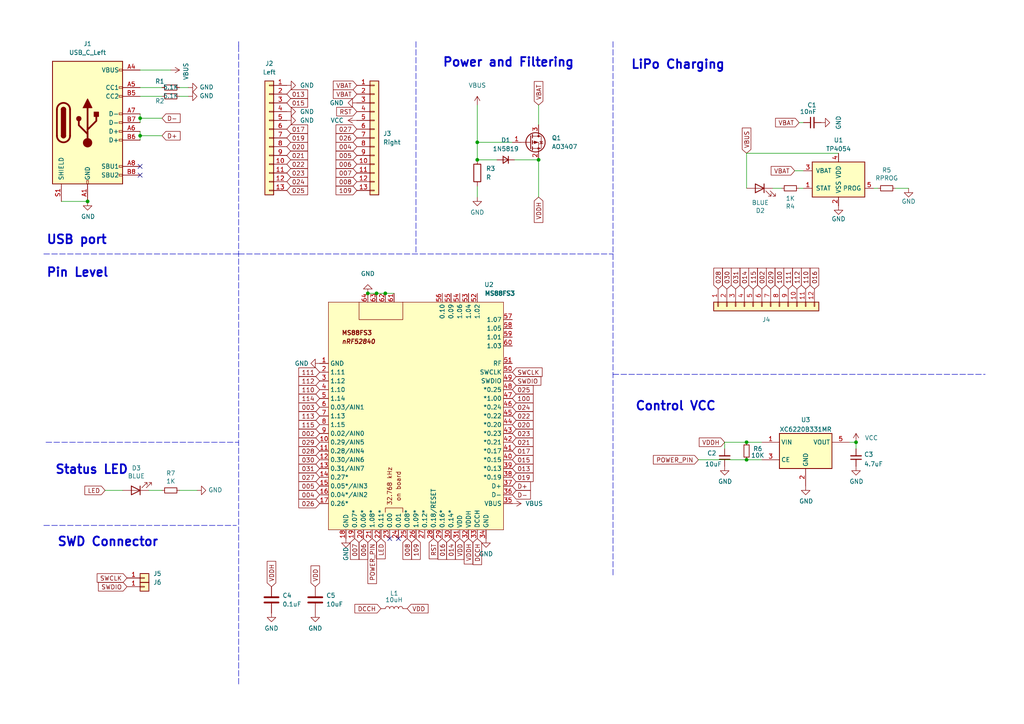
<source format=kicad_sch>
(kicad_sch (version 20211123) (generator eeschema)

  (uuid e63e39d7-6ac0-4ffd-8aa3-1841a4541b55)

  (paper "A4")

  (lib_symbols
    (symbol "Battery_Management:MCP73831-3-OT" (pin_names (offset 1.016)) (in_bom yes) (on_board yes)
      (property "Reference" "U" (id 0) (at -7.62 6.35 0)
        (effects (font (size 1.27 1.27)) (justify left))
      )
      (property "Value" "MCP73831-3-OT" (id 1) (at 1.27 6.35 0)
        (effects (font (size 1.27 1.27)) (justify left))
      )
      (property "Footprint" "Package_TO_SOT_SMD:SOT-23-5" (id 2) (at 1.27 -6.35 0)
        (effects (font (size 1.27 1.27) italic) (justify left) hide)
      )
      (property "Datasheet" "http://ww1.microchip.com/downloads/en/DeviceDoc/20001984g.pdf" (id 3) (at -3.81 -1.27 0)
        (effects (font (size 1.27 1.27)) hide)
      )
      (property "ki_keywords" "battery charger lithium" (id 4) (at 0 0 0)
        (effects (font (size 1.27 1.27)) hide)
      )
      (property "ki_description" "Single cell, Li-Ion/Li-Po charge management controller, 4.35V, Tri-State Status Output, in SOT23-5 package" (id 5) (at 0 0 0)
        (effects (font (size 1.27 1.27)) hide)
      )
      (property "ki_fp_filters" "SOT?23*" (id 6) (at 0 0 0)
        (effects (font (size 1.27 1.27)) hide)
      )
      (symbol "MCP73831-3-OT_0_1"
        (rectangle (start -7.62 5.08) (end 7.62 -5.08)
          (stroke (width 0.254) (type default) (color 0 0 0 0))
          (fill (type background))
        )
      )
      (symbol "MCP73831-3-OT_1_1"
        (pin output line (at 10.16 -2.54 180) (length 2.54)
          (name "STAT" (effects (font (size 1.27 1.27))))
          (number "1" (effects (font (size 1.27 1.27))))
        )
        (pin power_in line (at 0 -7.62 90) (length 2.54)
          (name "VSS" (effects (font (size 1.27 1.27))))
          (number "2" (effects (font (size 1.27 1.27))))
        )
        (pin power_out line (at 10.16 2.54 180) (length 2.54)
          (name "VBAT" (effects (font (size 1.27 1.27))))
          (number "3" (effects (font (size 1.27 1.27))))
        )
        (pin power_in line (at 0 7.62 270) (length 2.54)
          (name "VDD" (effects (font (size 1.27 1.27))))
          (number "4" (effects (font (size 1.27 1.27))))
        )
        (pin input line (at -10.16 -2.54 0) (length 2.54)
          (name "PROG" (effects (font (size 1.27 1.27))))
          (number "5" (effects (font (size 1.27 1.27))))
        )
      )
    )
    (symbol "Connector:USB_C_Receptacle_USB2.0" (pin_names (offset 1.016)) (in_bom yes) (on_board yes)
      (property "Reference" "J" (id 0) (at -10.16 19.05 0)
        (effects (font (size 1.27 1.27)) (justify left))
      )
      (property "Value" "USB_C_Receptacle_USB2.0" (id 1) (at 19.05 19.05 0)
        (effects (font (size 1.27 1.27)) (justify right))
      )
      (property "Footprint" "" (id 2) (at 3.81 0 0)
        (effects (font (size 1.27 1.27)) hide)
      )
      (property "Datasheet" "https://www.usb.org/sites/default/files/documents/usb_type-c.zip" (id 3) (at 3.81 0 0)
        (effects (font (size 1.27 1.27)) hide)
      )
      (property "ki_keywords" "usb universal serial bus type-C USB2.0" (id 4) (at 0 0 0)
        (effects (font (size 1.27 1.27)) hide)
      )
      (property "ki_description" "USB 2.0-only Type-C Receptacle connector" (id 5) (at 0 0 0)
        (effects (font (size 1.27 1.27)) hide)
      )
      (property "ki_fp_filters" "USB*C*Receptacle*" (id 6) (at 0 0 0)
        (effects (font (size 1.27 1.27)) hide)
      )
      (symbol "USB_C_Receptacle_USB2.0_0_0"
        (rectangle (start -0.254 -17.78) (end 0.254 -16.764)
          (stroke (width 0) (type default) (color 0 0 0 0))
          (fill (type none))
        )
        (rectangle (start 10.16 -14.986) (end 9.144 -15.494)
          (stroke (width 0) (type default) (color 0 0 0 0))
          (fill (type none))
        )
        (rectangle (start 10.16 -12.446) (end 9.144 -12.954)
          (stroke (width 0) (type default) (color 0 0 0 0))
          (fill (type none))
        )
        (rectangle (start 10.16 -4.826) (end 9.144 -5.334)
          (stroke (width 0) (type default) (color 0 0 0 0))
          (fill (type none))
        )
        (rectangle (start 10.16 -2.286) (end 9.144 -2.794)
          (stroke (width 0) (type default) (color 0 0 0 0))
          (fill (type none))
        )
        (rectangle (start 10.16 0.254) (end 9.144 -0.254)
          (stroke (width 0) (type default) (color 0 0 0 0))
          (fill (type none))
        )
        (rectangle (start 10.16 2.794) (end 9.144 2.286)
          (stroke (width 0) (type default) (color 0 0 0 0))
          (fill (type none))
        )
        (rectangle (start 10.16 7.874) (end 9.144 7.366)
          (stroke (width 0) (type default) (color 0 0 0 0))
          (fill (type none))
        )
        (rectangle (start 10.16 10.414) (end 9.144 9.906)
          (stroke (width 0) (type default) (color 0 0 0 0))
          (fill (type none))
        )
        (rectangle (start 10.16 15.494) (end 9.144 14.986)
          (stroke (width 0) (type default) (color 0 0 0 0))
          (fill (type none))
        )
      )
      (symbol "USB_C_Receptacle_USB2.0_0_1"
        (rectangle (start -10.16 17.78) (end 10.16 -17.78)
          (stroke (width 0.254) (type default) (color 0 0 0 0))
          (fill (type background))
        )
        (arc (start -8.89 -3.81) (mid -6.985 -5.715) (end -5.08 -3.81)
          (stroke (width 0.508) (type default) (color 0 0 0 0))
          (fill (type none))
        )
        (arc (start -7.62 -3.81) (mid -6.985 -4.445) (end -6.35 -3.81)
          (stroke (width 0.254) (type default) (color 0 0 0 0))
          (fill (type none))
        )
        (arc (start -7.62 -3.81) (mid -6.985 -4.445) (end -6.35 -3.81)
          (stroke (width 0.254) (type default) (color 0 0 0 0))
          (fill (type outline))
        )
        (rectangle (start -7.62 -3.81) (end -6.35 3.81)
          (stroke (width 0.254) (type default) (color 0 0 0 0))
          (fill (type outline))
        )
        (arc (start -6.35 3.81) (mid -6.985 4.445) (end -7.62 3.81)
          (stroke (width 0.254) (type default) (color 0 0 0 0))
          (fill (type none))
        )
        (arc (start -6.35 3.81) (mid -6.985 4.445) (end -7.62 3.81)
          (stroke (width 0.254) (type default) (color 0 0 0 0))
          (fill (type outline))
        )
        (arc (start -5.08 3.81) (mid -6.985 5.715) (end -8.89 3.81)
          (stroke (width 0.508) (type default) (color 0 0 0 0))
          (fill (type none))
        )
        (circle (center -2.54 1.143) (radius 0.635)
          (stroke (width 0.254) (type default) (color 0 0 0 0))
          (fill (type outline))
        )
        (circle (center 0 -5.842) (radius 1.27)
          (stroke (width 0) (type default) (color 0 0 0 0))
          (fill (type outline))
        )
        (polyline
          (pts
            (xy -8.89 -3.81)
            (xy -8.89 3.81)
          )
          (stroke (width 0.508) (type default) (color 0 0 0 0))
          (fill (type none))
        )
        (polyline
          (pts
            (xy -5.08 3.81)
            (xy -5.08 -3.81)
          )
          (stroke (width 0.508) (type default) (color 0 0 0 0))
          (fill (type none))
        )
        (polyline
          (pts
            (xy 0 -5.842)
            (xy 0 4.318)
          )
          (stroke (width 0.508) (type default) (color 0 0 0 0))
          (fill (type none))
        )
        (polyline
          (pts
            (xy 0 -3.302)
            (xy -2.54 -0.762)
            (xy -2.54 0.508)
          )
          (stroke (width 0.508) (type default) (color 0 0 0 0))
          (fill (type none))
        )
        (polyline
          (pts
            (xy 0 -2.032)
            (xy 2.54 0.508)
            (xy 2.54 1.778)
          )
          (stroke (width 0.508) (type default) (color 0 0 0 0))
          (fill (type none))
        )
        (polyline
          (pts
            (xy -1.27 4.318)
            (xy 0 6.858)
            (xy 1.27 4.318)
            (xy -1.27 4.318)
          )
          (stroke (width 0.254) (type default) (color 0 0 0 0))
          (fill (type outline))
        )
        (rectangle (start 1.905 1.778) (end 3.175 3.048)
          (stroke (width 0.254) (type default) (color 0 0 0 0))
          (fill (type outline))
        )
      )
      (symbol "USB_C_Receptacle_USB2.0_1_1"
        (pin passive line (at 0 -22.86 90) (length 5.08)
          (name "GND" (effects (font (size 1.27 1.27))))
          (number "A1" (effects (font (size 1.27 1.27))))
        )
        (pin passive line (at 0 -22.86 90) (length 5.08) hide
          (name "GND" (effects (font (size 1.27 1.27))))
          (number "A12" (effects (font (size 1.27 1.27))))
        )
        (pin passive line (at 15.24 15.24 180) (length 5.08)
          (name "VBUS" (effects (font (size 1.27 1.27))))
          (number "A4" (effects (font (size 1.27 1.27))))
        )
        (pin bidirectional line (at 15.24 10.16 180) (length 5.08)
          (name "CC1" (effects (font (size 1.27 1.27))))
          (number "A5" (effects (font (size 1.27 1.27))))
        )
        (pin bidirectional line (at 15.24 -2.54 180) (length 5.08)
          (name "D+" (effects (font (size 1.27 1.27))))
          (number "A6" (effects (font (size 1.27 1.27))))
        )
        (pin bidirectional line (at 15.24 2.54 180) (length 5.08)
          (name "D-" (effects (font (size 1.27 1.27))))
          (number "A7" (effects (font (size 1.27 1.27))))
        )
        (pin bidirectional line (at 15.24 -12.7 180) (length 5.08)
          (name "SBU1" (effects (font (size 1.27 1.27))))
          (number "A8" (effects (font (size 1.27 1.27))))
        )
        (pin passive line (at 15.24 15.24 180) (length 5.08) hide
          (name "VBUS" (effects (font (size 1.27 1.27))))
          (number "A9" (effects (font (size 1.27 1.27))))
        )
        (pin passive line (at 0 -22.86 90) (length 5.08) hide
          (name "GND" (effects (font (size 1.27 1.27))))
          (number "B1" (effects (font (size 1.27 1.27))))
        )
        (pin passive line (at 0 -22.86 90) (length 5.08) hide
          (name "GND" (effects (font (size 1.27 1.27))))
          (number "B12" (effects (font (size 1.27 1.27))))
        )
        (pin passive line (at 15.24 15.24 180) (length 5.08) hide
          (name "VBUS" (effects (font (size 1.27 1.27))))
          (number "B4" (effects (font (size 1.27 1.27))))
        )
        (pin bidirectional line (at 15.24 7.62 180) (length 5.08)
          (name "CC2" (effects (font (size 1.27 1.27))))
          (number "B5" (effects (font (size 1.27 1.27))))
        )
        (pin bidirectional line (at 15.24 -5.08 180) (length 5.08)
          (name "D+" (effects (font (size 1.27 1.27))))
          (number "B6" (effects (font (size 1.27 1.27))))
        )
        (pin bidirectional line (at 15.24 0 180) (length 5.08)
          (name "D-" (effects (font (size 1.27 1.27))))
          (number "B7" (effects (font (size 1.27 1.27))))
        )
        (pin bidirectional line (at 15.24 -15.24 180) (length 5.08)
          (name "SBU2" (effects (font (size 1.27 1.27))))
          (number "B8" (effects (font (size 1.27 1.27))))
        )
        (pin passive line (at 15.24 15.24 180) (length 5.08) hide
          (name "VBUS" (effects (font (size 1.27 1.27))))
          (number "B9" (effects (font (size 1.27 1.27))))
        )
        (pin passive line (at -7.62 -22.86 90) (length 5.08)
          (name "SHIELD" (effects (font (size 1.27 1.27))))
          (number "S1" (effects (font (size 1.27 1.27))))
        )
      )
    )
    (symbol "Connector_Generic:Conn_01x01" (pin_names (offset 1.016) hide) (in_bom yes) (on_board yes)
      (property "Reference" "J" (id 0) (at 0 2.54 0)
        (effects (font (size 1.27 1.27)))
      )
      (property "Value" "Conn_01x01" (id 1) (at 0 -2.54 0)
        (effects (font (size 1.27 1.27)))
      )
      (property "Footprint" "" (id 2) (at 0 0 0)
        (effects (font (size 1.27 1.27)) hide)
      )
      (property "Datasheet" "~" (id 3) (at 0 0 0)
        (effects (font (size 1.27 1.27)) hide)
      )
      (property "ki_keywords" "connector" (id 4) (at 0 0 0)
        (effects (font (size 1.27 1.27)) hide)
      )
      (property "ki_description" "Generic connector, single row, 01x01, script generated (kicad-library-utils/schlib/autogen/connector/)" (id 5) (at 0 0 0)
        (effects (font (size 1.27 1.27)) hide)
      )
      (property "ki_fp_filters" "Connector*:*_1x??_*" (id 6) (at 0 0 0)
        (effects (font (size 1.27 1.27)) hide)
      )
      (symbol "Conn_01x01_1_1"
        (rectangle (start -1.27 0.127) (end 0 -0.127)
          (stroke (width 0.1524) (type default) (color 0 0 0 0))
          (fill (type none))
        )
        (rectangle (start -1.27 1.27) (end 1.27 -1.27)
          (stroke (width 0.254) (type default) (color 0 0 0 0))
          (fill (type background))
        )
        (pin passive line (at -5.08 0 0) (length 3.81)
          (name "Pin_1" (effects (font (size 1.27 1.27))))
          (number "1" (effects (font (size 1.27 1.27))))
        )
      )
    )
    (symbol "Connector_Generic:Conn_01x12" (pin_names (offset 1.016) hide) (in_bom yes) (on_board yes)
      (property "Reference" "J" (id 0) (at 0 15.24 0)
        (effects (font (size 1.27 1.27)))
      )
      (property "Value" "Conn_01x12" (id 1) (at 0 -17.78 0)
        (effects (font (size 1.27 1.27)))
      )
      (property "Footprint" "" (id 2) (at 0 0 0)
        (effects (font (size 1.27 1.27)) hide)
      )
      (property "Datasheet" "~" (id 3) (at 0 0 0)
        (effects (font (size 1.27 1.27)) hide)
      )
      (property "ki_keywords" "connector" (id 4) (at 0 0 0)
        (effects (font (size 1.27 1.27)) hide)
      )
      (property "ki_description" "Generic connector, single row, 01x12, script generated (kicad-library-utils/schlib/autogen/connector/)" (id 5) (at 0 0 0)
        (effects (font (size 1.27 1.27)) hide)
      )
      (property "ki_fp_filters" "Connector*:*_1x??_*" (id 6) (at 0 0 0)
        (effects (font (size 1.27 1.27)) hide)
      )
      (symbol "Conn_01x12_1_1"
        (rectangle (start -1.27 -15.113) (end 0 -15.367)
          (stroke (width 0.1524) (type default) (color 0 0 0 0))
          (fill (type none))
        )
        (rectangle (start -1.27 -12.573) (end 0 -12.827)
          (stroke (width 0.1524) (type default) (color 0 0 0 0))
          (fill (type none))
        )
        (rectangle (start -1.27 -10.033) (end 0 -10.287)
          (stroke (width 0.1524) (type default) (color 0 0 0 0))
          (fill (type none))
        )
        (rectangle (start -1.27 -7.493) (end 0 -7.747)
          (stroke (width 0.1524) (type default) (color 0 0 0 0))
          (fill (type none))
        )
        (rectangle (start -1.27 -4.953) (end 0 -5.207)
          (stroke (width 0.1524) (type default) (color 0 0 0 0))
          (fill (type none))
        )
        (rectangle (start -1.27 -2.413) (end 0 -2.667)
          (stroke (width 0.1524) (type default) (color 0 0 0 0))
          (fill (type none))
        )
        (rectangle (start -1.27 0.127) (end 0 -0.127)
          (stroke (width 0.1524) (type default) (color 0 0 0 0))
          (fill (type none))
        )
        (rectangle (start -1.27 2.667) (end 0 2.413)
          (stroke (width 0.1524) (type default) (color 0 0 0 0))
          (fill (type none))
        )
        (rectangle (start -1.27 5.207) (end 0 4.953)
          (stroke (width 0.1524) (type default) (color 0 0 0 0))
          (fill (type none))
        )
        (rectangle (start -1.27 7.747) (end 0 7.493)
          (stroke (width 0.1524) (type default) (color 0 0 0 0))
          (fill (type none))
        )
        (rectangle (start -1.27 10.287) (end 0 10.033)
          (stroke (width 0.1524) (type default) (color 0 0 0 0))
          (fill (type none))
        )
        (rectangle (start -1.27 12.827) (end 0 12.573)
          (stroke (width 0.1524) (type default) (color 0 0 0 0))
          (fill (type none))
        )
        (rectangle (start -1.27 13.97) (end 1.27 -16.51)
          (stroke (width 0.254) (type default) (color 0 0 0 0))
          (fill (type background))
        )
        (pin passive line (at -5.08 12.7 0) (length 3.81)
          (name "Pin_1" (effects (font (size 1.27 1.27))))
          (number "1" (effects (font (size 1.27 1.27))))
        )
        (pin passive line (at -5.08 -10.16 0) (length 3.81)
          (name "Pin_10" (effects (font (size 1.27 1.27))))
          (number "10" (effects (font (size 1.27 1.27))))
        )
        (pin passive line (at -5.08 -12.7 0) (length 3.81)
          (name "Pin_11" (effects (font (size 1.27 1.27))))
          (number "11" (effects (font (size 1.27 1.27))))
        )
        (pin passive line (at -5.08 -15.24 0) (length 3.81)
          (name "Pin_12" (effects (font (size 1.27 1.27))))
          (number "12" (effects (font (size 1.27 1.27))))
        )
        (pin passive line (at -5.08 10.16 0) (length 3.81)
          (name "Pin_2" (effects (font (size 1.27 1.27))))
          (number "2" (effects (font (size 1.27 1.27))))
        )
        (pin passive line (at -5.08 7.62 0) (length 3.81)
          (name "Pin_3" (effects (font (size 1.27 1.27))))
          (number "3" (effects (font (size 1.27 1.27))))
        )
        (pin passive line (at -5.08 5.08 0) (length 3.81)
          (name "Pin_4" (effects (font (size 1.27 1.27))))
          (number "4" (effects (font (size 1.27 1.27))))
        )
        (pin passive line (at -5.08 2.54 0) (length 3.81)
          (name "Pin_5" (effects (font (size 1.27 1.27))))
          (number "5" (effects (font (size 1.27 1.27))))
        )
        (pin passive line (at -5.08 0 0) (length 3.81)
          (name "Pin_6" (effects (font (size 1.27 1.27))))
          (number "6" (effects (font (size 1.27 1.27))))
        )
        (pin passive line (at -5.08 -2.54 0) (length 3.81)
          (name "Pin_7" (effects (font (size 1.27 1.27))))
          (number "7" (effects (font (size 1.27 1.27))))
        )
        (pin passive line (at -5.08 -5.08 0) (length 3.81)
          (name "Pin_8" (effects (font (size 1.27 1.27))))
          (number "8" (effects (font (size 1.27 1.27))))
        )
        (pin passive line (at -5.08 -7.62 0) (length 3.81)
          (name "Pin_9" (effects (font (size 1.27 1.27))))
          (number "9" (effects (font (size 1.27 1.27))))
        )
      )
    )
    (symbol "Connector_Generic:Conn_01x13" (pin_names (offset 1.016) hide) (in_bom yes) (on_board yes)
      (property "Reference" "J" (id 0) (at 0 17.78 0)
        (effects (font (size 1.27 1.27)))
      )
      (property "Value" "Conn_01x13" (id 1) (at 0 -17.78 0)
        (effects (font (size 1.27 1.27)))
      )
      (property "Footprint" "" (id 2) (at 0 0 0)
        (effects (font (size 1.27 1.27)) hide)
      )
      (property "Datasheet" "~" (id 3) (at 0 0 0)
        (effects (font (size 1.27 1.27)) hide)
      )
      (property "ki_keywords" "connector" (id 4) (at 0 0 0)
        (effects (font (size 1.27 1.27)) hide)
      )
      (property "ki_description" "Generic connector, single row, 01x13, script generated (kicad-library-utils/schlib/autogen/connector/)" (id 5) (at 0 0 0)
        (effects (font (size 1.27 1.27)) hide)
      )
      (property "ki_fp_filters" "Connector*:*_1x??_*" (id 6) (at 0 0 0)
        (effects (font (size 1.27 1.27)) hide)
      )
      (symbol "Conn_01x13_1_1"
        (rectangle (start -1.27 -15.113) (end 0 -15.367)
          (stroke (width 0.1524) (type default) (color 0 0 0 0))
          (fill (type none))
        )
        (rectangle (start -1.27 -12.573) (end 0 -12.827)
          (stroke (width 0.1524) (type default) (color 0 0 0 0))
          (fill (type none))
        )
        (rectangle (start -1.27 -10.033) (end 0 -10.287)
          (stroke (width 0.1524) (type default) (color 0 0 0 0))
          (fill (type none))
        )
        (rectangle (start -1.27 -7.493) (end 0 -7.747)
          (stroke (width 0.1524) (type default) (color 0 0 0 0))
          (fill (type none))
        )
        (rectangle (start -1.27 -4.953) (end 0 -5.207)
          (stroke (width 0.1524) (type default) (color 0 0 0 0))
          (fill (type none))
        )
        (rectangle (start -1.27 -2.413) (end 0 -2.667)
          (stroke (width 0.1524) (type default) (color 0 0 0 0))
          (fill (type none))
        )
        (rectangle (start -1.27 0.127) (end 0 -0.127)
          (stroke (width 0.1524) (type default) (color 0 0 0 0))
          (fill (type none))
        )
        (rectangle (start -1.27 2.667) (end 0 2.413)
          (stroke (width 0.1524) (type default) (color 0 0 0 0))
          (fill (type none))
        )
        (rectangle (start -1.27 5.207) (end 0 4.953)
          (stroke (width 0.1524) (type default) (color 0 0 0 0))
          (fill (type none))
        )
        (rectangle (start -1.27 7.747) (end 0 7.493)
          (stroke (width 0.1524) (type default) (color 0 0 0 0))
          (fill (type none))
        )
        (rectangle (start -1.27 10.287) (end 0 10.033)
          (stroke (width 0.1524) (type default) (color 0 0 0 0))
          (fill (type none))
        )
        (rectangle (start -1.27 12.827) (end 0 12.573)
          (stroke (width 0.1524) (type default) (color 0 0 0 0))
          (fill (type none))
        )
        (rectangle (start -1.27 15.367) (end 0 15.113)
          (stroke (width 0.1524) (type default) (color 0 0 0 0))
          (fill (type none))
        )
        (rectangle (start -1.27 16.51) (end 1.27 -16.51)
          (stroke (width 0.254) (type default) (color 0 0 0 0))
          (fill (type background))
        )
        (pin passive line (at -5.08 15.24 0) (length 3.81)
          (name "Pin_1" (effects (font (size 1.27 1.27))))
          (number "1" (effects (font (size 1.27 1.27))))
        )
        (pin passive line (at -5.08 -7.62 0) (length 3.81)
          (name "Pin_10" (effects (font (size 1.27 1.27))))
          (number "10" (effects (font (size 1.27 1.27))))
        )
        (pin passive line (at -5.08 -10.16 0) (length 3.81)
          (name "Pin_11" (effects (font (size 1.27 1.27))))
          (number "11" (effects (font (size 1.27 1.27))))
        )
        (pin passive line (at -5.08 -12.7 0) (length 3.81)
          (name "Pin_12" (effects (font (size 1.27 1.27))))
          (number "12" (effects (font (size 1.27 1.27))))
        )
        (pin passive line (at -5.08 -15.24 0) (length 3.81)
          (name "Pin_13" (effects (font (size 1.27 1.27))))
          (number "13" (effects (font (size 1.27 1.27))))
        )
        (pin passive line (at -5.08 12.7 0) (length 3.81)
          (name "Pin_2" (effects (font (size 1.27 1.27))))
          (number "2" (effects (font (size 1.27 1.27))))
        )
        (pin passive line (at -5.08 10.16 0) (length 3.81)
          (name "Pin_3" (effects (font (size 1.27 1.27))))
          (number "3" (effects (font (size 1.27 1.27))))
        )
        (pin passive line (at -5.08 7.62 0) (length 3.81)
          (name "Pin_4" (effects (font (size 1.27 1.27))))
          (number "4" (effects (font (size 1.27 1.27))))
        )
        (pin passive line (at -5.08 5.08 0) (length 3.81)
          (name "Pin_5" (effects (font (size 1.27 1.27))))
          (number "5" (effects (font (size 1.27 1.27))))
        )
        (pin passive line (at -5.08 2.54 0) (length 3.81)
          (name "Pin_6" (effects (font (size 1.27 1.27))))
          (number "6" (effects (font (size 1.27 1.27))))
        )
        (pin passive line (at -5.08 0 0) (length 3.81)
          (name "Pin_7" (effects (font (size 1.27 1.27))))
          (number "7" (effects (font (size 1.27 1.27))))
        )
        (pin passive line (at -5.08 -2.54 0) (length 3.81)
          (name "Pin_8" (effects (font (size 1.27 1.27))))
          (number "8" (effects (font (size 1.27 1.27))))
        )
        (pin passive line (at -5.08 -5.08 0) (length 3.81)
          (name "Pin_9" (effects (font (size 1.27 1.27))))
          (number "9" (effects (font (size 1.27 1.27))))
        )
      )
    )
    (symbol "Device:C" (pin_numbers hide) (pin_names (offset 0.254)) (in_bom yes) (on_board yes)
      (property "Reference" "C" (id 0) (at 0.635 2.54 0)
        (effects (font (size 1.27 1.27)) (justify left))
      )
      (property "Value" "C" (id 1) (at 0.635 -2.54 0)
        (effects (font (size 1.27 1.27)) (justify left))
      )
      (property "Footprint" "" (id 2) (at 0.9652 -3.81 0)
        (effects (font (size 1.27 1.27)) hide)
      )
      (property "Datasheet" "~" (id 3) (at 0 0 0)
        (effects (font (size 1.27 1.27)) hide)
      )
      (property "ki_keywords" "cap capacitor" (id 4) (at 0 0 0)
        (effects (font (size 1.27 1.27)) hide)
      )
      (property "ki_description" "Unpolarized capacitor" (id 5) (at 0 0 0)
        (effects (font (size 1.27 1.27)) hide)
      )
      (property "ki_fp_filters" "C_*" (id 6) (at 0 0 0)
        (effects (font (size 1.27 1.27)) hide)
      )
      (symbol "C_0_1"
        (polyline
          (pts
            (xy -2.032 -0.762)
            (xy 2.032 -0.762)
          )
          (stroke (width 0.508) (type default) (color 0 0 0 0))
          (fill (type none))
        )
        (polyline
          (pts
            (xy -2.032 0.762)
            (xy 2.032 0.762)
          )
          (stroke (width 0.508) (type default) (color 0 0 0 0))
          (fill (type none))
        )
      )
      (symbol "C_1_1"
        (pin passive line (at 0 3.81 270) (length 2.794)
          (name "~" (effects (font (size 1.27 1.27))))
          (number "1" (effects (font (size 1.27 1.27))))
        )
        (pin passive line (at 0 -3.81 90) (length 2.794)
          (name "~" (effects (font (size 1.27 1.27))))
          (number "2" (effects (font (size 1.27 1.27))))
        )
      )
    )
    (symbol "Device:C_Small" (pin_numbers hide) (pin_names (offset 0.254) hide) (in_bom yes) (on_board yes)
      (property "Reference" "C" (id 0) (at 0.254 1.778 0)
        (effects (font (size 1.27 1.27)) (justify left))
      )
      (property "Value" "C_Small" (id 1) (at 0.254 -2.032 0)
        (effects (font (size 1.27 1.27)) (justify left))
      )
      (property "Footprint" "" (id 2) (at 0 0 0)
        (effects (font (size 1.27 1.27)) hide)
      )
      (property "Datasheet" "~" (id 3) (at 0 0 0)
        (effects (font (size 1.27 1.27)) hide)
      )
      (property "ki_keywords" "capacitor cap" (id 4) (at 0 0 0)
        (effects (font (size 1.27 1.27)) hide)
      )
      (property "ki_description" "Unpolarized capacitor, small symbol" (id 5) (at 0 0 0)
        (effects (font (size 1.27 1.27)) hide)
      )
      (property "ki_fp_filters" "C_*" (id 6) (at 0 0 0)
        (effects (font (size 1.27 1.27)) hide)
      )
      (symbol "C_Small_0_1"
        (polyline
          (pts
            (xy -1.524 -0.508)
            (xy 1.524 -0.508)
          )
          (stroke (width 0.3302) (type default) (color 0 0 0 0))
          (fill (type none))
        )
        (polyline
          (pts
            (xy -1.524 0.508)
            (xy 1.524 0.508)
          )
          (stroke (width 0.3048) (type default) (color 0 0 0 0))
          (fill (type none))
        )
      )
      (symbol "C_Small_1_1"
        (pin passive line (at 0 2.54 270) (length 2.032)
          (name "~" (effects (font (size 1.27 1.27))))
          (number "1" (effects (font (size 1.27 1.27))))
        )
        (pin passive line (at 0 -2.54 90) (length 2.032)
          (name "~" (effects (font (size 1.27 1.27))))
          (number "2" (effects (font (size 1.27 1.27))))
        )
      )
    )
    (symbol "Device:D_Small" (pin_numbers hide) (pin_names (offset 0.254) hide) (in_bom yes) (on_board yes)
      (property "Reference" "D" (id 0) (at -1.27 2.032 0)
        (effects (font (size 1.27 1.27)) (justify left))
      )
      (property "Value" "D_Small" (id 1) (at -3.81 -2.032 0)
        (effects (font (size 1.27 1.27)) (justify left))
      )
      (property "Footprint" "" (id 2) (at 0 0 90)
        (effects (font (size 1.27 1.27)) hide)
      )
      (property "Datasheet" "~" (id 3) (at 0 0 90)
        (effects (font (size 1.27 1.27)) hide)
      )
      (property "ki_keywords" "diode" (id 4) (at 0 0 0)
        (effects (font (size 1.27 1.27)) hide)
      )
      (property "ki_description" "Diode, small symbol" (id 5) (at 0 0 0)
        (effects (font (size 1.27 1.27)) hide)
      )
      (property "ki_fp_filters" "TO-???* *_Diode_* *SingleDiode* D_*" (id 6) (at 0 0 0)
        (effects (font (size 1.27 1.27)) hide)
      )
      (symbol "D_Small_0_1"
        (polyline
          (pts
            (xy -0.762 -1.016)
            (xy -0.762 1.016)
          )
          (stroke (width 0.254) (type default) (color 0 0 0 0))
          (fill (type none))
        )
        (polyline
          (pts
            (xy -0.762 0)
            (xy 0.762 0)
          )
          (stroke (width 0) (type default) (color 0 0 0 0))
          (fill (type none))
        )
        (polyline
          (pts
            (xy 0.762 -1.016)
            (xy -0.762 0)
            (xy 0.762 1.016)
            (xy 0.762 -1.016)
          )
          (stroke (width 0.254) (type default) (color 0 0 0 0))
          (fill (type none))
        )
      )
      (symbol "D_Small_1_1"
        (pin passive line (at -2.54 0 0) (length 1.778)
          (name "K" (effects (font (size 1.27 1.27))))
          (number "1" (effects (font (size 1.27 1.27))))
        )
        (pin passive line (at 2.54 0 180) (length 1.778)
          (name "A" (effects (font (size 1.27 1.27))))
          (number "2" (effects (font (size 1.27 1.27))))
        )
      )
    )
    (symbol "Device:L" (pin_numbers hide) (pin_names (offset 1.016) hide) (in_bom yes) (on_board yes)
      (property "Reference" "L" (id 0) (at -1.27 0 90)
        (effects (font (size 1.27 1.27)))
      )
      (property "Value" "L" (id 1) (at 1.905 0 90)
        (effects (font (size 1.27 1.27)))
      )
      (property "Footprint" "" (id 2) (at 0 0 0)
        (effects (font (size 1.27 1.27)) hide)
      )
      (property "Datasheet" "~" (id 3) (at 0 0 0)
        (effects (font (size 1.27 1.27)) hide)
      )
      (property "ki_keywords" "inductor choke coil reactor magnetic" (id 4) (at 0 0 0)
        (effects (font (size 1.27 1.27)) hide)
      )
      (property "ki_description" "Inductor" (id 5) (at 0 0 0)
        (effects (font (size 1.27 1.27)) hide)
      )
      (property "ki_fp_filters" "Choke_* *Coil* Inductor_* L_*" (id 6) (at 0 0 0)
        (effects (font (size 1.27 1.27)) hide)
      )
      (symbol "L_0_1"
        (arc (start 0 -2.54) (mid 0.635 -1.905) (end 0 -1.27)
          (stroke (width 0) (type default) (color 0 0 0 0))
          (fill (type none))
        )
        (arc (start 0 -1.27) (mid 0.635 -0.635) (end 0 0)
          (stroke (width 0) (type default) (color 0 0 0 0))
          (fill (type none))
        )
        (arc (start 0 0) (mid 0.635 0.635) (end 0 1.27)
          (stroke (width 0) (type default) (color 0 0 0 0))
          (fill (type none))
        )
        (arc (start 0 1.27) (mid 0.635 1.905) (end 0 2.54)
          (stroke (width 0) (type default) (color 0 0 0 0))
          (fill (type none))
        )
      )
      (symbol "L_1_1"
        (pin passive line (at 0 3.81 270) (length 1.27)
          (name "1" (effects (font (size 1.27 1.27))))
          (number "1" (effects (font (size 1.27 1.27))))
        )
        (pin passive line (at 0 -3.81 90) (length 1.27)
          (name "2" (effects (font (size 1.27 1.27))))
          (number "2" (effects (font (size 1.27 1.27))))
        )
      )
    )
    (symbol "Device:LED" (pin_numbers hide) (pin_names (offset 1.016) hide) (in_bom yes) (on_board yes)
      (property "Reference" "D" (id 0) (at 0 2.54 0)
        (effects (font (size 1.27 1.27)))
      )
      (property "Value" "LED" (id 1) (at 0 -2.54 0)
        (effects (font (size 1.27 1.27)))
      )
      (property "Footprint" "" (id 2) (at 0 0 0)
        (effects (font (size 1.27 1.27)) hide)
      )
      (property "Datasheet" "~" (id 3) (at 0 0 0)
        (effects (font (size 1.27 1.27)) hide)
      )
      (property "ki_keywords" "LED diode" (id 4) (at 0 0 0)
        (effects (font (size 1.27 1.27)) hide)
      )
      (property "ki_description" "Light emitting diode" (id 5) (at 0 0 0)
        (effects (font (size 1.27 1.27)) hide)
      )
      (property "ki_fp_filters" "LED* LED_SMD:* LED_THT:*" (id 6) (at 0 0 0)
        (effects (font (size 1.27 1.27)) hide)
      )
      (symbol "LED_0_1"
        (polyline
          (pts
            (xy -1.27 -1.27)
            (xy -1.27 1.27)
          )
          (stroke (width 0.254) (type default) (color 0 0 0 0))
          (fill (type none))
        )
        (polyline
          (pts
            (xy -1.27 0)
            (xy 1.27 0)
          )
          (stroke (width 0) (type default) (color 0 0 0 0))
          (fill (type none))
        )
        (polyline
          (pts
            (xy 1.27 -1.27)
            (xy 1.27 1.27)
            (xy -1.27 0)
            (xy 1.27 -1.27)
          )
          (stroke (width 0.254) (type default) (color 0 0 0 0))
          (fill (type none))
        )
        (polyline
          (pts
            (xy -3.048 -0.762)
            (xy -4.572 -2.286)
            (xy -3.81 -2.286)
            (xy -4.572 -2.286)
            (xy -4.572 -1.524)
          )
          (stroke (width 0) (type default) (color 0 0 0 0))
          (fill (type none))
        )
        (polyline
          (pts
            (xy -1.778 -0.762)
            (xy -3.302 -2.286)
            (xy -2.54 -2.286)
            (xy -3.302 -2.286)
            (xy -3.302 -1.524)
          )
          (stroke (width 0) (type default) (color 0 0 0 0))
          (fill (type none))
        )
      )
      (symbol "LED_1_1"
        (pin passive line (at -3.81 0 0) (length 2.54)
          (name "K" (effects (font (size 1.27 1.27))))
          (number "1" (effects (font (size 1.27 1.27))))
        )
        (pin passive line (at 3.81 0 180) (length 2.54)
          (name "A" (effects (font (size 1.27 1.27))))
          (number "2" (effects (font (size 1.27 1.27))))
        )
      )
    )
    (symbol "Device:R" (pin_numbers hide) (pin_names (offset 0)) (in_bom yes) (on_board yes)
      (property "Reference" "R" (id 0) (at 2.032 0 90)
        (effects (font (size 1.27 1.27)))
      )
      (property "Value" "R" (id 1) (at 0 0 90)
        (effects (font (size 1.27 1.27)))
      )
      (property "Footprint" "" (id 2) (at -1.778 0 90)
        (effects (font (size 1.27 1.27)) hide)
      )
      (property "Datasheet" "~" (id 3) (at 0 0 0)
        (effects (font (size 1.27 1.27)) hide)
      )
      (property "ki_keywords" "R res resistor" (id 4) (at 0 0 0)
        (effects (font (size 1.27 1.27)) hide)
      )
      (property "ki_description" "Resistor" (id 5) (at 0 0 0)
        (effects (font (size 1.27 1.27)) hide)
      )
      (property "ki_fp_filters" "R_*" (id 6) (at 0 0 0)
        (effects (font (size 1.27 1.27)) hide)
      )
      (symbol "R_0_1"
        (rectangle (start -1.016 -2.54) (end 1.016 2.54)
          (stroke (width 0.254) (type default) (color 0 0 0 0))
          (fill (type none))
        )
      )
      (symbol "R_1_1"
        (pin passive line (at 0 3.81 270) (length 1.27)
          (name "~" (effects (font (size 1.27 1.27))))
          (number "1" (effects (font (size 1.27 1.27))))
        )
        (pin passive line (at 0 -3.81 90) (length 1.27)
          (name "~" (effects (font (size 1.27 1.27))))
          (number "2" (effects (font (size 1.27 1.27))))
        )
      )
    )
    (symbol "Device:R_Small" (pin_numbers hide) (pin_names (offset 0.254) hide) (in_bom yes) (on_board yes)
      (property "Reference" "R" (id 0) (at 0.762 0.508 0)
        (effects (font (size 1.27 1.27)) (justify left))
      )
      (property "Value" "R_Small" (id 1) (at 0.762 -1.016 0)
        (effects (font (size 1.27 1.27)) (justify left))
      )
      (property "Footprint" "" (id 2) (at 0 0 0)
        (effects (font (size 1.27 1.27)) hide)
      )
      (property "Datasheet" "~" (id 3) (at 0 0 0)
        (effects (font (size 1.27 1.27)) hide)
      )
      (property "ki_keywords" "R resistor" (id 4) (at 0 0 0)
        (effects (font (size 1.27 1.27)) hide)
      )
      (property "ki_description" "Resistor, small symbol" (id 5) (at 0 0 0)
        (effects (font (size 1.27 1.27)) hide)
      )
      (property "ki_fp_filters" "R_*" (id 6) (at 0 0 0)
        (effects (font (size 1.27 1.27)) hide)
      )
      (symbol "R_Small_0_1"
        (rectangle (start -0.762 1.778) (end 0.762 -1.778)
          (stroke (width 0.2032) (type default) (color 0 0 0 0))
          (fill (type none))
        )
      )
      (symbol "R_Small_1_1"
        (pin passive line (at 0 2.54 270) (length 0.762)
          (name "~" (effects (font (size 1.27 1.27))))
          (number "1" (effects (font (size 1.27 1.27))))
        )
        (pin passive line (at 0 -2.54 90) (length 0.762)
          (name "~" (effects (font (size 1.27 1.27))))
          (number "2" (effects (font (size 1.27 1.27))))
        )
      )
    )
    (symbol "Regulator_Linear:XC6220B331MR" (in_bom yes) (on_board yes)
      (property "Reference" "U" (id 0) (at 0 8.89 0)
        (effects (font (size 1.27 1.27)))
      )
      (property "Value" "XC6220B331MR" (id 1) (at 0 6.35 0)
        (effects (font (size 1.27 1.27)))
      )
      (property "Footprint" "Package_TO_SOT_SMD:SOT-23-5" (id 2) (at 0 0 0)
        (effects (font (size 1.27 1.27)) hide)
      )
      (property "Datasheet" "https://www.torexsemi.com/file/xc6220/XC6220.pdf" (id 3) (at 19.05 -25.4 0)
        (effects (font (size 1.27 1.27)) hide)
      )
      (property "ki_keywords" "LDO Voltage Regulator 1A" (id 4) (at 0 0 0)
        (effects (font (size 1.27 1.27)) hide)
      )
      (property "ki_description" "1A, Low Drop-out Voltage Regulator, Fixed Output 3.3V, SOT-23-5" (id 5) (at 0 0 0)
        (effects (font (size 1.27 1.27)) hide)
      )
      (property "ki_fp_filters" "SOT?23*" (id 6) (at 0 0 0)
        (effects (font (size 1.27 1.27)) hide)
      )
      (symbol "XC6220B331MR_0_1"
        (rectangle (start -7.62 5.08) (end 7.62 -5.08)
          (stroke (width 0.254) (type default) (color 0 0 0 0))
          (fill (type background))
        )
      )
      (symbol "XC6220B331MR_1_1"
        (pin power_in line (at -12.7 2.54 0) (length 5.08)
          (name "VIN" (effects (font (size 1.27 1.27))))
          (number "1" (effects (font (size 1.27 1.27))))
        )
        (pin power_in line (at 0 -10.16 90) (length 5.08)
          (name "GND" (effects (font (size 1.27 1.27))))
          (number "2" (effects (font (size 1.27 1.27))))
        )
        (pin input line (at -12.7 -2.54 0) (length 5.08)
          (name "CE" (effects (font (size 1.27 1.27))))
          (number "3" (effects (font (size 1.27 1.27))))
        )
        (pin no_connect line (at 7.62 -2.54 180) (length 5.08) hide
          (name "NC" (effects (font (size 1.27 1.27))))
          (number "4" (effects (font (size 1.27 1.27))))
        )
        (pin power_out line (at 12.7 2.54 180) (length 5.08)
          (name "VOUT" (effects (font (size 1.27 1.27))))
          (number "5" (effects (font (size 1.27 1.27))))
        )
      )
    )
    (symbol "Transistor_FET:AO3401A" (pin_names hide) (in_bom yes) (on_board yes)
      (property "Reference" "Q" (id 0) (at 5.08 1.905 0)
        (effects (font (size 1.27 1.27)) (justify left))
      )
      (property "Value" "AO3401A" (id 1) (at 5.08 0 0)
        (effects (font (size 1.27 1.27)) (justify left))
      )
      (property "Footprint" "Package_TO_SOT_SMD:SOT-23" (id 2) (at 5.08 -1.905 0)
        (effects (font (size 1.27 1.27) italic) (justify left) hide)
      )
      (property "Datasheet" "http://www.aosmd.com/pdfs/datasheet/AO3401A.pdf" (id 3) (at 0 0 0)
        (effects (font (size 1.27 1.27)) (justify left) hide)
      )
      (property "ki_keywords" "P-Channel MOSFET" (id 4) (at 0 0 0)
        (effects (font (size 1.27 1.27)) hide)
      )
      (property "ki_description" "-4.0A Id, -30V Vds, P-Channel MOSFET, SOT-23" (id 5) (at 0 0 0)
        (effects (font (size 1.27 1.27)) hide)
      )
      (property "ki_fp_filters" "SOT?23*" (id 6) (at 0 0 0)
        (effects (font (size 1.27 1.27)) hide)
      )
      (symbol "AO3401A_0_1"
        (polyline
          (pts
            (xy 0.254 0)
            (xy -2.54 0)
          )
          (stroke (width 0) (type default) (color 0 0 0 0))
          (fill (type none))
        )
        (polyline
          (pts
            (xy 0.254 1.905)
            (xy 0.254 -1.905)
          )
          (stroke (width 0.254) (type default) (color 0 0 0 0))
          (fill (type none))
        )
        (polyline
          (pts
            (xy 0.762 -1.27)
            (xy 0.762 -2.286)
          )
          (stroke (width 0.254) (type default) (color 0 0 0 0))
          (fill (type none))
        )
        (polyline
          (pts
            (xy 0.762 0.508)
            (xy 0.762 -0.508)
          )
          (stroke (width 0.254) (type default) (color 0 0 0 0))
          (fill (type none))
        )
        (polyline
          (pts
            (xy 0.762 2.286)
            (xy 0.762 1.27)
          )
          (stroke (width 0.254) (type default) (color 0 0 0 0))
          (fill (type none))
        )
        (polyline
          (pts
            (xy 2.54 2.54)
            (xy 2.54 1.778)
          )
          (stroke (width 0) (type default) (color 0 0 0 0))
          (fill (type none))
        )
        (polyline
          (pts
            (xy 2.54 -2.54)
            (xy 2.54 0)
            (xy 0.762 0)
          )
          (stroke (width 0) (type default) (color 0 0 0 0))
          (fill (type none))
        )
        (polyline
          (pts
            (xy 0.762 1.778)
            (xy 3.302 1.778)
            (xy 3.302 -1.778)
            (xy 0.762 -1.778)
          )
          (stroke (width 0) (type default) (color 0 0 0 0))
          (fill (type none))
        )
        (polyline
          (pts
            (xy 2.286 0)
            (xy 1.27 0.381)
            (xy 1.27 -0.381)
            (xy 2.286 0)
          )
          (stroke (width 0) (type default) (color 0 0 0 0))
          (fill (type outline))
        )
        (polyline
          (pts
            (xy 2.794 -0.508)
            (xy 2.921 -0.381)
            (xy 3.683 -0.381)
            (xy 3.81 -0.254)
          )
          (stroke (width 0) (type default) (color 0 0 0 0))
          (fill (type none))
        )
        (polyline
          (pts
            (xy 3.302 -0.381)
            (xy 2.921 0.254)
            (xy 3.683 0.254)
            (xy 3.302 -0.381)
          )
          (stroke (width 0) (type default) (color 0 0 0 0))
          (fill (type none))
        )
        (circle (center 1.651 0) (radius 2.794)
          (stroke (width 0.254) (type default) (color 0 0 0 0))
          (fill (type none))
        )
        (circle (center 2.54 -1.778) (radius 0.254)
          (stroke (width 0) (type default) (color 0 0 0 0))
          (fill (type outline))
        )
        (circle (center 2.54 1.778) (radius 0.254)
          (stroke (width 0) (type default) (color 0 0 0 0))
          (fill (type outline))
        )
      )
      (symbol "AO3401A_1_1"
        (pin input line (at -5.08 0 0) (length 2.54)
          (name "G" (effects (font (size 1.27 1.27))))
          (number "1" (effects (font (size 1.27 1.27))))
        )
        (pin passive line (at 2.54 -5.08 90) (length 2.54)
          (name "S" (effects (font (size 1.27 1.27))))
          (number "2" (effects (font (size 1.27 1.27))))
        )
        (pin passive line (at 2.54 5.08 270) (length 2.54)
          (name "D" (effects (font (size 1.27 1.27))))
          (number "3" (effects (font (size 1.27 1.27))))
        )
      )
    )
    (symbol "keeb_parts:R_Small" (pin_numbers hide) (pin_names (offset 0.254) hide) (in_bom yes) (on_board yes)
      (property "Reference" "R" (id 0) (at 0.762 0.508 0)
        (effects (font (size 1.27 1.27)) (justify left))
      )
      (property "Value" "keeb_parts_R_Small" (id 1) (at 0.762 -1.016 0)
        (effects (font (size 1.27 1.27)) (justify left))
      )
      (property "Footprint" "" (id 2) (at 0 0 0)
        (effects (font (size 1.27 1.27)) hide)
      )
      (property "Datasheet" "" (id 3) (at 0 0 0)
        (effects (font (size 1.27 1.27)) hide)
      )
      (property "ki_fp_filters" "R_*" (id 4) (at 0 0 0)
        (effects (font (size 1.27 1.27)) hide)
      )
      (symbol "R_Small_0_1"
        (rectangle (start -0.762 1.778) (end 0.762 -1.778)
          (stroke (width 0.2032) (type default) (color 0 0 0 0))
          (fill (type none))
        )
      )
      (symbol "R_Small_1_1"
        (pin passive line (at 0 2.54 270) (length 0.762)
          (name "~" (effects (font (size 1.27 1.27))))
          (number "1" (effects (font (size 1.27 1.27))))
        )
        (pin passive line (at 0 -2.54 90) (length 0.762)
          (name "~" (effects (font (size 1.27 1.27))))
          (number "2" (effects (font (size 1.27 1.27))))
        )
      )
    )
    (symbol "keeb_power:GND" (power) (pin_names (offset 0)) (in_bom yes) (on_board yes)
      (property "Reference" "#PWR" (id 0) (at 0 -6.35 0)
        (effects (font (size 1.27 1.27)) hide)
      )
      (property "Value" "keeb_power_GND" (id 1) (at 0 -3.81 0)
        (effects (font (size 1.27 1.27)))
      )
      (property "Footprint" "" (id 2) (at 0 0 0)
        (effects (font (size 1.27 1.27)) hide)
      )
      (property "Datasheet" "" (id 3) (at 0 0 0)
        (effects (font (size 1.27 1.27)) hide)
      )
      (symbol "GND_0_1"
        (polyline
          (pts
            (xy 0 0)
            (xy 0 -1.27)
            (xy 1.27 -1.27)
            (xy 0 -2.54)
            (xy -1.27 -1.27)
            (xy 0 -1.27)
          )
          (stroke (width 0) (type default) (color 0 0 0 0))
          (fill (type none))
        )
      )
      (symbol "GND_1_1"
        (pin power_in line (at 0 0 270) (length 0) hide
          (name "GND" (effects (font (size 1.27 1.27))))
          (number "1" (effects (font (size 1.27 1.27))))
        )
      )
    )
    (symbol "keeb_power:VBUS" (power) (pin_names (offset 0)) (in_bom yes) (on_board yes)
      (property "Reference" "#PWR" (id 0) (at 0 -3.81 0)
        (effects (font (size 1.27 1.27)) hide)
      )
      (property "Value" "keeb_power_VBUS" (id 1) (at 0 3.81 0)
        (effects (font (size 1.27 1.27)))
      )
      (property "Footprint" "" (id 2) (at 0 0 0)
        (effects (font (size 1.27 1.27)) hide)
      )
      (property "Datasheet" "" (id 3) (at 0 0 0)
        (effects (font (size 1.27 1.27)) hide)
      )
      (symbol "VBUS_0_1"
        (polyline
          (pts
            (xy -0.762 1.27)
            (xy 0 2.54)
          )
          (stroke (width 0) (type default) (color 0 0 0 0))
          (fill (type none))
        )
        (polyline
          (pts
            (xy 0 0)
            (xy 0 2.54)
          )
          (stroke (width 0) (type default) (color 0 0 0 0))
          (fill (type none))
        )
        (polyline
          (pts
            (xy 0 2.54)
            (xy 0.762 1.27)
          )
          (stroke (width 0) (type default) (color 0 0 0 0))
          (fill (type none))
        )
      )
      (symbol "VBUS_1_1"
        (pin power_in line (at 0 0 90) (length 0) hide
          (name "VBUS" (effects (font (size 1.27 1.27))))
          (number "1" (effects (font (size 1.27 1.27))))
        )
      )
    )
    (symbol "kien242:MS88FS3" (in_bom yes) (on_board yes)
      (property "Reference" "U" (id 0) (at 0 0 0)
        (effects (font (size 1.27 1.27)))
      )
      (property "Value" "MS88FS3" (id 1) (at 0 2.54 0)
        (effects (font (size 1.27 1.27) bold))
      )
      (property "Footprint" "" (id 2) (at 0 0 0)
        (effects (font (size 1.27 1.27)) hide)
      )
      (property "Datasheet" "" (id 3) (at 0 0 0)
        (effects (font (size 1.27 1.27)) hide)
      )
      (symbol "MS88FS3_0_0"
        (polyline
          (pts
            (xy -16.51 33.02)
            (xy -16.51 27.94)
            (xy -3.81 27.94)
            (xy -3.81 33.02)
          )
          (stroke (width 0) (type default) (color 0 0 0 0))
          (fill (type none))
        )
        (polyline
          (pts
            (xy -8.89 -27.94)
            (xy -8.89 -26.67)
            (xy -3.81 -26.67)
            (xy -3.81 -27.94)
          )
          (stroke (width 0) (type default) (color 0 0 0 0))
          (fill (type none))
        )
        (text "32.768 kHz" (at -7.62 -20.32 900)
          (effects (font (size 1.27 1.27)))
        )
        (text "MS88FS3" (at -21.59 24.13 0)
          (effects (font (size 1.27 1.27) bold) (justify left))
        )
        (text "nRF52840" (at -21.59 21.59 0)
          (effects (font (size 1.27 1.27) bold italic) (justify left))
        )
        (text "on board" (at -5.08 -20.32 900)
          (effects (font (size 1.27 1.27)))
        )
      )
      (symbol "MS88FS3_0_1"
        (rectangle (start -25.4 33.02) (end 25.4 -33.02)
          (stroke (width 0) (type default) (color 0 0 0 0))
          (fill (type background))
        )
      )
      (symbol "MS88FS3_1_1"
        (pin input line (at -27.94 15.24 0) (length 2.54)
          (name "GND" (effects (font (size 1.27 1.27))))
          (number "1" (effects (font (size 1.27 1.27))))
        )
        (pin input line (at -27.94 -7.62 0) (length 2.54)
          (name "0.29/AIN5" (effects (font (size 1.27 1.27))))
          (number "10" (effects (font (size 1.27 1.27))))
        )
        (pin input line (at -27.94 -10.16 0) (length 2.54)
          (name "0.28/AIN4" (effects (font (size 1.27 1.27))))
          (number "11" (effects (font (size 1.27 1.27))))
        )
        (pin input line (at -27.94 -12.7 0) (length 2.54)
          (name "0.30/AIN6" (effects (font (size 1.27 1.27))))
          (number "12" (effects (font (size 1.27 1.27))))
        )
        (pin input line (at -27.94 -15.24 0) (length 2.54)
          (name "0.31/AIN7" (effects (font (size 1.27 1.27))))
          (number "13" (effects (font (size 1.27 1.27))))
        )
        (pin input line (at -27.94 -17.78 0) (length 2.54)
          (name "0.27*" (effects (font (size 1.27 1.27))))
          (number "14" (effects (font (size 1.27 1.27))))
        )
        (pin input line (at -27.94 -20.32 0) (length 2.54)
          (name "0.05*/AIN3" (effects (font (size 1.27 1.27))))
          (number "15" (effects (font (size 1.27 1.27))))
        )
        (pin input line (at -27.94 -22.86 0) (length 2.54)
          (name "0.04*/AIN2" (effects (font (size 1.27 1.27))))
          (number "16" (effects (font (size 1.27 1.27))))
        )
        (pin input line (at -27.94 -25.4 0) (length 2.54)
          (name "0.26*" (effects (font (size 1.27 1.27))))
          (number "17" (effects (font (size 1.27 1.27))))
        )
        (pin input line (at -20.32 -35.56 90) (length 2.54)
          (name "GND" (effects (font (size 1.27 1.27))))
          (number "18" (effects (font (size 1.27 1.27))))
        )
        (pin input line (at -17.78 -35.56 90) (length 2.54)
          (name "0.07*" (effects (font (size 1.27 1.27))))
          (number "19" (effects (font (size 1.27 1.27))))
        )
        (pin input line (at -27.94 12.7 0) (length 2.54)
          (name "1.11" (effects (font (size 1.27 1.27))))
          (number "2" (effects (font (size 1.27 1.27))))
        )
        (pin input line (at -15.24 -35.56 90) (length 2.54)
          (name "0.06*" (effects (font (size 1.27 1.27))))
          (number "20" (effects (font (size 1.27 1.27))))
        )
        (pin input line (at -12.7 -35.56 90) (length 2.54)
          (name "1.08*" (effects (font (size 1.27 1.27))))
          (number "21" (effects (font (size 1.27 1.27))))
        )
        (pin input line (at -10.16 -35.56 90) (length 2.54)
          (name "0.11*" (effects (font (size 1.27 1.27))))
          (number "22" (effects (font (size 1.27 1.27))))
        )
        (pin input line (at -7.62 -35.56 90) (length 2.54)
          (name "0.00" (effects (font (size 1.27 1.27))))
          (number "23" (effects (font (size 1.27 1.27))))
        )
        (pin input line (at -5.08 -35.56 90) (length 2.54)
          (name "0.01" (effects (font (size 1.27 1.27))))
          (number "24" (effects (font (size 1.27 1.27))))
        )
        (pin input line (at -2.54 -35.56 90) (length 2.54)
          (name "0.08*" (effects (font (size 1.27 1.27))))
          (number "25" (effects (font (size 1.27 1.27))))
        )
        (pin input line (at 0 -35.56 90) (length 2.54)
          (name "1.09*" (effects (font (size 1.27 1.27))))
          (number "26" (effects (font (size 1.27 1.27))))
        )
        (pin input line (at 2.54 -35.56 90) (length 2.54)
          (name "0.12*" (effects (font (size 1.27 1.27))))
          (number "27" (effects (font (size 1.27 1.27))))
        )
        (pin input line (at 5.08 -35.56 90) (length 2.54)
          (name "0.18/RESET" (effects (font (size 1.27 1.27))))
          (number "28" (effects (font (size 1.27 1.27))))
        )
        (pin input line (at 7.62 -35.56 90) (length 2.54)
          (name "0.16*" (effects (font (size 1.27 1.27))))
          (number "29" (effects (font (size 1.27 1.27))))
        )
        (pin input line (at -27.94 10.16 0) (length 2.54)
          (name "1.12" (effects (font (size 1.27 1.27))))
          (number "3" (effects (font (size 1.27 1.27))))
        )
        (pin input line (at 10.16 -35.56 90) (length 2.54)
          (name "0.14*" (effects (font (size 1.27 1.27))))
          (number "30" (effects (font (size 1.27 1.27))))
        )
        (pin input line (at 12.7 -35.56 90) (length 2.54)
          (name "VDD" (effects (font (size 1.27 1.27))))
          (number "31" (effects (font (size 1.27 1.27))))
        )
        (pin input line (at 15.24 -35.56 90) (length 2.54)
          (name "VDDH" (effects (font (size 1.27 1.27))))
          (number "32" (effects (font (size 1.27 1.27))))
        )
        (pin input line (at 17.78 -35.56 90) (length 2.54)
          (name "DCCH" (effects (font (size 1.27 1.27))))
          (number "33" (effects (font (size 1.27 1.27))))
        )
        (pin input line (at 20.32 -35.56 90) (length 2.54)
          (name "GND" (effects (font (size 1.27 1.27))))
          (number "34" (effects (font (size 1.27 1.27))))
        )
        (pin input line (at 27.94 -25.4 180) (length 2.54)
          (name "VBUS" (effects (font (size 1.27 1.27))))
          (number "35" (effects (font (size 1.27 1.27))))
        )
        (pin input line (at 27.94 -22.86 180) (length 2.54)
          (name "D-" (effects (font (size 1.27 1.27))))
          (number "36" (effects (font (size 1.27 1.27))))
        )
        (pin input line (at 27.94 -20.32 180) (length 2.54)
          (name "D+" (effects (font (size 1.27 1.27))))
          (number "37" (effects (font (size 1.27 1.27))))
        )
        (pin input line (at 27.94 -17.78 180) (length 2.54)
          (name "*0.19" (effects (font (size 1.27 1.27))))
          (number "38" (effects (font (size 1.27 1.27))))
        )
        (pin input line (at 27.94 -15.24 180) (length 2.54)
          (name "*0.13" (effects (font (size 1.27 1.27))))
          (number "39" (effects (font (size 1.27 1.27))))
        )
        (pin input line (at -27.94 7.62 0) (length 2.54)
          (name "1.10" (effects (font (size 1.27 1.27))))
          (number "4" (effects (font (size 1.27 1.27))))
        )
        (pin input line (at 27.94 -12.7 180) (length 2.54)
          (name "*0.15" (effects (font (size 1.27 1.27))))
          (number "40" (effects (font (size 1.27 1.27))))
        )
        (pin input line (at 27.94 -10.16 180) (length 2.54)
          (name "*0.17" (effects (font (size 1.27 1.27))))
          (number "41" (effects (font (size 1.27 1.27))))
        )
        (pin input line (at 27.94 -7.62 180) (length 2.54)
          (name "*0.21" (effects (font (size 1.27 1.27))))
          (number "42" (effects (font (size 1.27 1.27))))
        )
        (pin input line (at 27.94 -5.08 180) (length 2.54)
          (name "*0.23" (effects (font (size 1.27 1.27))))
          (number "43" (effects (font (size 1.27 1.27))))
        )
        (pin input line (at 27.94 -2.54 180) (length 2.54)
          (name "*0.20" (effects (font (size 1.27 1.27))))
          (number "44" (effects (font (size 1.27 1.27))))
        )
        (pin input line (at 27.94 0 180) (length 2.54)
          (name "*0.22" (effects (font (size 1.27 1.27))))
          (number "45" (effects (font (size 1.27 1.27))))
        )
        (pin input line (at 27.94 2.54 180) (length 2.54)
          (name "*0.24" (effects (font (size 1.27 1.27))))
          (number "46" (effects (font (size 1.27 1.27))))
        )
        (pin input line (at 27.94 5.08 180) (length 2.54)
          (name "*1.00" (effects (font (size 1.27 1.27))))
          (number "47" (effects (font (size 1.27 1.27))))
        )
        (pin input line (at 27.94 7.62 180) (length 2.54)
          (name "*0.25" (effects (font (size 1.27 1.27))))
          (number "48" (effects (font (size 1.27 1.27))))
        )
        (pin input line (at 27.94 10.16 180) (length 2.54)
          (name "SWDIO" (effects (font (size 1.27 1.27))))
          (number "49" (effects (font (size 1.27 1.27))))
        )
        (pin input line (at -27.94 5.08 0) (length 2.54)
          (name "1.14" (effects (font (size 1.27 1.27))))
          (number "5" (effects (font (size 1.27 1.27))))
        )
        (pin input line (at 27.94 12.7 180) (length 2.54)
          (name "SWCLK" (effects (font (size 1.27 1.27))))
          (number "50" (effects (font (size 1.27 1.27))))
        )
        (pin input line (at 27.94 15.24 180) (length 2.54)
          (name "RF" (effects (font (size 1.27 1.27))))
          (number "51" (effects (font (size 1.27 1.27))))
        )
        (pin input line (at 17.78 35.56 270) (length 2.54)
          (name "1.02" (effects (font (size 1.27 1.27))))
          (number "52" (effects (font (size 1.27 1.27))))
        )
        (pin input line (at 15.24 35.56 270) (length 2.54)
          (name "1.04" (effects (font (size 1.27 1.27))))
          (number "53" (effects (font (size 1.27 1.27))))
        )
        (pin input line (at 12.7 35.56 270) (length 2.54)
          (name "1.06" (effects (font (size 1.27 1.27))))
          (number "54" (effects (font (size 1.27 1.27))))
        )
        (pin input line (at 10.16 35.56 270) (length 2.54)
          (name "0.09" (effects (font (size 1.27 1.27))))
          (number "55" (effects (font (size 1.27 1.27))))
        )
        (pin input line (at 7.62 35.56 270) (length 2.54)
          (name "0.10" (effects (font (size 1.27 1.27))))
          (number "56" (effects (font (size 1.27 1.27))))
        )
        (pin input line (at 27.94 27.94 180) (length 2.54)
          (name "1.07" (effects (font (size 1.27 1.27))))
          (number "57" (effects (font (size 1.27 1.27))))
        )
        (pin input line (at 27.94 25.4 180) (length 2.54)
          (name "1.05" (effects (font (size 1.27 1.27))))
          (number "58" (effects (font (size 1.27 1.27))))
        )
        (pin input line (at 27.94 22.86 180) (length 2.54)
          (name "1.01" (effects (font (size 1.27 1.27))))
          (number "59" (effects (font (size 1.27 1.27))))
        )
        (pin input line (at -27.94 2.54 0) (length 2.54)
          (name "0.03/AIN1" (effects (font (size 1.27 1.27))))
          (number "6" (effects (font (size 1.27 1.27))))
        )
        (pin input line (at 27.94 20.32 180) (length 2.54)
          (name "1.03" (effects (font (size 1.27 1.27))))
          (number "60" (effects (font (size 1.27 1.27))))
        )
        (pin input line (at -6.35 35.56 270) (length 2.54)
          (name "" (effects (font (size 1.27 1.27))))
          (number "61" (effects (font (size 1.27 1.27))))
        )
        (pin input line (at -8.89 35.56 270) (length 2.54)
          (name "" (effects (font (size 1.27 1.27))))
          (number "62" (effects (font (size 1.27 1.27))))
        )
        (pin input line (at -11.43 35.56 270) (length 2.54)
          (name "" (effects (font (size 1.27 1.27))))
          (number "63" (effects (font (size 1.27 1.27))))
        )
        (pin input line (at -13.97 35.56 270) (length 2.54)
          (name "" (effects (font (size 1.27 1.27))))
          (number "64" (effects (font (size 1.27 1.27))))
        )
        (pin input line (at -27.94 0 0) (length 2.54)
          (name "1.13" (effects (font (size 1.27 1.27))))
          (number "7" (effects (font (size 1.27 1.27))))
        )
        (pin input line (at -27.94 -2.54 0) (length 2.54)
          (name "1.15" (effects (font (size 1.27 1.27))))
          (number "8" (effects (font (size 1.27 1.27))))
        )
        (pin input line (at -27.94 -5.08 0) (length 2.54)
          (name "0.02/AIN0" (effects (font (size 1.27 1.27))))
          (number "9" (effects (font (size 1.27 1.27))))
        )
      )
    )
    (symbol "power:GND" (power) (pin_names (offset 0)) (in_bom yes) (on_board yes)
      (property "Reference" "#PWR" (id 0) (at 0 -6.35 0)
        (effects (font (size 1.27 1.27)) hide)
      )
      (property "Value" "GND" (id 1) (at 0 -3.81 0)
        (effects (font (size 1.27 1.27)))
      )
      (property "Footprint" "" (id 2) (at 0 0 0)
        (effects (font (size 1.27 1.27)) hide)
      )
      (property "Datasheet" "" (id 3) (at 0 0 0)
        (effects (font (size 1.27 1.27)) hide)
      )
      (property "ki_keywords" "power-flag" (id 4) (at 0 0 0)
        (effects (font (size 1.27 1.27)) hide)
      )
      (property "ki_description" "Power symbol creates a global label with name \"GND\" , ground" (id 5) (at 0 0 0)
        (effects (font (size 1.27 1.27)) hide)
      )
      (symbol "GND_0_1"
        (polyline
          (pts
            (xy 0 0)
            (xy 0 -1.27)
            (xy 1.27 -1.27)
            (xy 0 -2.54)
            (xy -1.27 -1.27)
            (xy 0 -1.27)
          )
          (stroke (width 0) (type default) (color 0 0 0 0))
          (fill (type none))
        )
      )
      (symbol "GND_1_1"
        (pin power_in line (at 0 0 270) (length 0) hide
          (name "GND" (effects (font (size 1.27 1.27))))
          (number "1" (effects (font (size 1.27 1.27))))
        )
      )
    )
    (symbol "power:VBUS" (power) (pin_names (offset 0)) (in_bom yes) (on_board yes)
      (property "Reference" "#PWR" (id 0) (at 0 -3.81 0)
        (effects (font (size 1.27 1.27)) hide)
      )
      (property "Value" "VBUS" (id 1) (at 0 3.81 0)
        (effects (font (size 1.27 1.27)))
      )
      (property "Footprint" "" (id 2) (at 0 0 0)
        (effects (font (size 1.27 1.27)) hide)
      )
      (property "Datasheet" "" (id 3) (at 0 0 0)
        (effects (font (size 1.27 1.27)) hide)
      )
      (property "ki_keywords" "power-flag" (id 4) (at 0 0 0)
        (effects (font (size 1.27 1.27)) hide)
      )
      (property "ki_description" "Power symbol creates a global label with name \"VBUS\"" (id 5) (at 0 0 0)
        (effects (font (size 1.27 1.27)) hide)
      )
      (symbol "VBUS_0_1"
        (polyline
          (pts
            (xy -0.762 1.27)
            (xy 0 2.54)
          )
          (stroke (width 0) (type default) (color 0 0 0 0))
          (fill (type none))
        )
        (polyline
          (pts
            (xy 0 0)
            (xy 0 2.54)
          )
          (stroke (width 0) (type default) (color 0 0 0 0))
          (fill (type none))
        )
        (polyline
          (pts
            (xy 0 2.54)
            (xy 0.762 1.27)
          )
          (stroke (width 0) (type default) (color 0 0 0 0))
          (fill (type none))
        )
      )
      (symbol "VBUS_1_1"
        (pin power_in line (at 0 0 90) (length 0) hide
          (name "VBUS" (effects (font (size 1.27 1.27))))
          (number "1" (effects (font (size 1.27 1.27))))
        )
      )
    )
    (symbol "power:VCC" (power) (pin_names (offset 0)) (in_bom yes) (on_board yes)
      (property "Reference" "#PWR" (id 0) (at 0 -3.81 0)
        (effects (font (size 1.27 1.27)) hide)
      )
      (property "Value" "VCC" (id 1) (at 0 3.81 0)
        (effects (font (size 1.27 1.27)))
      )
      (property "Footprint" "" (id 2) (at 0 0 0)
        (effects (font (size 1.27 1.27)) hide)
      )
      (property "Datasheet" "" (id 3) (at 0 0 0)
        (effects (font (size 1.27 1.27)) hide)
      )
      (property "ki_keywords" "power-flag" (id 4) (at 0 0 0)
        (effects (font (size 1.27 1.27)) hide)
      )
      (property "ki_description" "Power symbol creates a global label with name \"VCC\"" (id 5) (at 0 0 0)
        (effects (font (size 1.27 1.27)) hide)
      )
      (symbol "VCC_0_1"
        (polyline
          (pts
            (xy -0.762 1.27)
            (xy 0 2.54)
          )
          (stroke (width 0) (type default) (color 0 0 0 0))
          (fill (type none))
        )
        (polyline
          (pts
            (xy 0 0)
            (xy 0 2.54)
          )
          (stroke (width 0) (type default) (color 0 0 0 0))
          (fill (type none))
        )
        (polyline
          (pts
            (xy 0 2.54)
            (xy 0.762 1.27)
          )
          (stroke (width 0) (type default) (color 0 0 0 0))
          (fill (type none))
        )
      )
      (symbol "VCC_1_1"
        (pin power_in line (at 0 0 90) (length 0) hide
          (name "VCC" (effects (font (size 1.27 1.27))))
          (number "1" (effects (font (size 1.27 1.27))))
        )
      )
    )
  )

  (junction (at 156.21 46.355) (diameter 0) (color 0 0 0 0)
    (uuid 1187322a-691b-4b4f-b9f3-ab73baa472e1)
  )
  (junction (at 25.4 58.42) (diameter 0) (color 0 0 0 0)
    (uuid 11e5ad7c-b3cd-4d0a-b629-21b4d9115b6f)
  )
  (junction (at 216.535 128.27) (diameter 0) (color 0 0 0 0)
    (uuid 26795924-3ca6-437f-b7a2-cbe43dba4210)
  )
  (junction (at 109.22 85.09) (diameter 0) (color 0 0 0 0)
    (uuid 323166a4-910a-417b-8c7d-c03feb7ffad4)
  )
  (junction (at 138.43 41.275) (diameter 0) (color 0 0 0 0)
    (uuid 5ea2e8b5-88f8-4598-b730-cd09f73a0098)
  )
  (junction (at 216.535 133.35) (diameter 0) (color 0 0 0 0)
    (uuid 83b6434e-dde3-4901-b66c-668a9dde8733)
  )
  (junction (at 248.285 128.27) (diameter 0) (color 0 0 0 0)
    (uuid 88eaf8d9-c084-419e-b7a9-c1bcfcab3ebf)
  )
  (junction (at 40.64 39.37) (diameter 0) (color 0 0 0 0)
    (uuid 8f6999f5-dc78-43b0-8fa3-d632446e68d4)
  )
  (junction (at 138.43 46.355) (diameter 0) (color 0 0 0 0)
    (uuid ab09118a-39c6-4c8e-984e-18de878cb093)
  )
  (junction (at 40.64 34.29) (diameter 0) (color 0 0 0 0)
    (uuid b85b9c77-6086-4c0a-910c-d3f883dbc48f)
  )
  (junction (at 111.76 85.09) (diameter 0) (color 0 0 0 0)
    (uuid c98d36b8-9034-4cc3-842e-e855c4c8d2d2)
  )
  (junction (at 106.68 85.09) (diameter 0) (color 0 0 0 0)
    (uuid e9ceb823-c334-4f2e-8d99-229361de873b)
  )

  (no_connect (at 40.64 50.8) (uuid 4c2296af-32ad-43f5-a2a0-7acff7a8cb73))
  (no_connect (at 113.03 156.21) (uuid 6e2190a8-0a8f-4569-8c96-006456c6e6b2))
  (no_connect (at 115.57 156.21) (uuid 6fb29b39-d38b-4fe4-9627-ba1d524fd9c7))
  (no_connect (at 40.64 48.26) (uuid 764e9b26-4057-4449-8217-56505e0f3401))

  (wire (pts (xy 40.64 27.94) (xy 46.99 27.94))
    (stroke (width 0) (type default) (color 0 0 0 0))
    (uuid 005f7bba-a8a9-4e07-ad6d-de2e5146ff30)
  )
  (wire (pts (xy 202.565 133.35) (xy 216.535 133.35))
    (stroke (width 0) (type default) (color 0 0 0 0))
    (uuid 041b3463-f99f-4ef8-be1b-4a0f45d5be99)
  )
  (polyline (pts (xy 12.7 73.66) (xy 69.215 73.66))
    (stroke (width 0) (type default) (color 0 0 0 0))
    (uuid 083e1a17-4d2b-41f4-9f1b-ca7db66d10c6)
  )

  (wire (pts (xy 224.155 54.61) (xy 226.695 54.61))
    (stroke (width 0) (type solid) (color 0 0 0 0))
    (uuid 0eee4c23-ef8f-4b3d-8d90-b79b90339bcd)
  )
  (wire (pts (xy 30.48 142.24) (xy 35.56 142.24))
    (stroke (width 0) (type default) (color 0 0 0 0))
    (uuid 185e8460-ec34-4131-8b57-6a1374cce921)
  )
  (wire (pts (xy 52.07 142.24) (xy 57.15 142.24))
    (stroke (width 0) (type default) (color 0 0 0 0))
    (uuid 19e307b0-9d00-403a-8bb3-c92eee75b593)
  )
  (wire (pts (xy 156.21 57.15) (xy 156.21 46.355))
    (stroke (width 0) (type default) (color 0 0 0 0))
    (uuid 1c08460d-6e7c-4df7-88d1-0fe07c2002ce)
  )
  (wire (pts (xy 216.535 128.27) (xy 220.98 128.27))
    (stroke (width 0) (type solid) (color 0 0 0 0))
    (uuid 2479a9fc-aed5-45a9-9538-597f2fa12abb)
  )
  (wire (pts (xy 43.18 142.24) (xy 46.99 142.24))
    (stroke (width 0) (type default) (color 0 0 0 0))
    (uuid 35a12103-805d-4405-8e54-4107a0ca3f53)
  )
  (wire (pts (xy 216.535 44.45) (xy 216.535 54.61))
    (stroke (width 0) (type default) (color 0 0 0 0))
    (uuid 361e294c-ec58-4145-abfb-90f41ae9719d)
  )
  (wire (pts (xy 54.61 27.94) (xy 52.07 27.94))
    (stroke (width 0) (type default) (color 0 0 0 0))
    (uuid 4388a610-6af2-4754-ae87-0d8d8eb1ac3a)
  )
  (polyline (pts (xy 69.215 73.66) (xy 177.8 73.66))
    (stroke (width 0) (type default) (color 0 0 0 0))
    (uuid 44ceed4d-02f1-4589-87bb-12242eec59cf)
  )

  (wire (pts (xy 231.775 54.61) (xy 233.045 54.61))
    (stroke (width 0) (type solid) (color 0 0 0 0))
    (uuid 4595ea14-ae4a-4a56-bcb5-1f44ac81b24a)
  )
  (polyline (pts (xy 12.7 152.4) (xy 68.58 152.4))
    (stroke (width 0) (type default) (color 0 0 0 0))
    (uuid 4b190fd6-2f6b-4a84-b1ce-7ae7ccd5285f)
  )

  (wire (pts (xy 259.715 54.61) (xy 263.525 54.61))
    (stroke (width 0) (type solid) (color 0 0 0 0))
    (uuid 4d9964a0-c9a9-4e15-9ab6-da640c4990a1)
  )
  (wire (pts (xy 40.64 38.1) (xy 40.64 39.37))
    (stroke (width 0) (type default) (color 0 0 0 0))
    (uuid 5776c7b2-505a-4422-8b44-5d47c379972c)
  )
  (wire (pts (xy 40.64 39.37) (xy 46.99 39.37))
    (stroke (width 0) (type default) (color 0 0 0 0))
    (uuid 62c0e402-26ec-4088-8d79-57808d584333)
  )
  (wire (pts (xy 40.64 34.29) (xy 40.64 35.56))
    (stroke (width 0) (type default) (color 0 0 0 0))
    (uuid 67e2a415-7e2c-4286-aa8d-b50b7a0c7497)
  )
  (wire (pts (xy 138.43 41.275) (xy 148.59 41.275))
    (stroke (width 0) (type default) (color 0 0 0 0))
    (uuid 75efc0bd-87c1-45a6-b994-2b33098251b2)
  )
  (wire (pts (xy 40.64 33.02) (xy 40.64 34.29))
    (stroke (width 0) (type default) (color 0 0 0 0))
    (uuid 7b4f6d54-7ed6-4901-bb69-20ba0e1e7347)
  )
  (polyline (pts (xy 13.335 128.27) (xy 69.215 128.27))
    (stroke (width 0) (type default) (color 0 0 0 0))
    (uuid 7f0219d7-f801-4bc0-9074-00af159f1f32)
  )

  (wire (pts (xy 17.78 58.42) (xy 25.4 58.42))
    (stroke (width 0) (type default) (color 0 0 0 0))
    (uuid 833632e3-89a5-48d8-98b6-547be90ad674)
  )
  (wire (pts (xy 138.43 30.48) (xy 138.43 41.275))
    (stroke (width 0) (type default) (color 0 0 0 0))
    (uuid 892c0a33-5558-4da3-9898-42b7c4f9f611)
  )
  (wire (pts (xy 40.64 34.29) (xy 46.99 34.29))
    (stroke (width 0) (type default) (color 0 0 0 0))
    (uuid 8f9f93c7-6aa3-4a50-ba35-9921c7569940)
  )
  (wire (pts (xy 40.64 20.32) (xy 49.53 20.32))
    (stroke (width 0) (type default) (color 0 0 0 0))
    (uuid 8fb20e93-f7b0-4261-985f-c093706f08ba)
  )
  (wire (pts (xy 216.535 44.45) (xy 243.205 44.45))
    (stroke (width 0) (type solid) (color 0 0 0 0))
    (uuid 9012a81a-4742-4cfc-b3ef-a932ee8e054e)
  )
  (wire (pts (xy 106.68 85.09) (xy 109.22 85.09))
    (stroke (width 0) (type default) (color 0 0 0 0))
    (uuid 906b5f7a-936d-45b9-9540-4d3934a93429)
  )
  (wire (pts (xy 138.43 57.15) (xy 138.43 53.975))
    (stroke (width 0) (type default) (color 0 0 0 0))
    (uuid 9610153e-5f0c-4473-a153-ddc0b1072aa4)
  )
  (polyline (pts (xy 69.215 13.335) (xy 69.215 167.005))
    (stroke (width 0) (type default) (color 0 0 0 0))
    (uuid 99c24618-7c42-44ff-8b2e-8907a5455d99)
  )

  (wire (pts (xy 253.365 54.61) (xy 254.635 54.61))
    (stroke (width 0) (type solid) (color 0 0 0 0))
    (uuid 9c0c62b6-684e-469b-9759-d9a65b1ff015)
  )
  (wire (pts (xy 40.64 39.37) (xy 40.64 40.64))
    (stroke (width 0) (type default) (color 0 0 0 0))
    (uuid 9c7aa45e-8eb1-4329-b597-f032fa0dc66d)
  )
  (polyline (pts (xy 177.8 108.585) (xy 285.75 108.585))
    (stroke (width 0) (type default) (color 0 0 0 0))
    (uuid 9d5e7df5-7472-4dc8-a9fc-73987a422b16)
  )
  (polyline (pts (xy 120.65 12.065) (xy 120.65 73.66))
    (stroke (width 0) (type default) (color 0 0 0 0))
    (uuid 9e213702-4b97-465a-9655-8f14bd63b277)
  )

  (wire (pts (xy 248.285 128.27) (xy 248.285 130.175))
    (stroke (width 0) (type solid) (color 0 0 0 0))
    (uuid a1511268-85a7-4e3f-80bb-303e6d2919e8)
  )
  (wire (pts (xy 231.775 35.56) (xy 233.045 35.56))
    (stroke (width 0) (type default) (color 0 0 0 0))
    (uuid a263cb67-fe6a-4861-a470-99f40b20f701)
  )
  (wire (pts (xy 230.505 49.53) (xy 233.045 49.53))
    (stroke (width 0) (type solid) (color 0 0 0 0))
    (uuid a62d5d4e-5ccc-4ae7-a72b-e12ec909b781)
  )
  (polyline (pts (xy 69.215 12.065) (xy 69.215 13.335))
    (stroke (width 0) (type default) (color 0 0 0 0))
    (uuid aaaecfc7-8e8e-4872-bf17-bfdf592e9d21)
  )

  (wire (pts (xy 246.38 128.27) (xy 248.285 128.27))
    (stroke (width 0) (type solid) (color 0 0 0 0))
    (uuid babea015-3fe7-46cd-aaa7-3404de6c3a7a)
  )
  (wire (pts (xy 210.185 128.27) (xy 210.185 130.175))
    (stroke (width 0) (type solid) (color 0 0 0 0))
    (uuid bb3adeee-1a92-483a-ace7-e1ef71d12c76)
  )
  (wire (pts (xy 156.21 30.48) (xy 156.21 36.195))
    (stroke (width 0) (type default) (color 0 0 0 0))
    (uuid bdc41b5c-6d80-4e93-8c09-8255c5c03b61)
  )
  (wire (pts (xy 138.43 41.275) (xy 138.43 46.355))
    (stroke (width 0) (type default) (color 0 0 0 0))
    (uuid c045a282-0f58-4df1-850c-1c7a93c2396c)
  )
  (wire (pts (xy 111.76 85.09) (xy 114.3 85.09))
    (stroke (width 0) (type default) (color 0 0 0 0))
    (uuid c6e0a66c-1a0d-4a98-bcfd-2d9fcc773fcc)
  )
  (polyline (pts (xy 69.215 167.005) (xy 69.215 198.755))
    (stroke (width 0) (type default) (color 0 0 0 0))
    (uuid c9fd13d8-34fc-4eff-b8ce-cde6d5a9c87a)
  )

  (wire (pts (xy 138.43 46.355) (xy 144.145 46.355))
    (stroke (width 0) (type default) (color 0 0 0 0))
    (uuid cdefd2a4-c14c-42e8-a559-060a588a0af7)
  )
  (polyline (pts (xy 177.8 73.66) (xy 177.8 167.005))
    (stroke (width 0) (type default) (color 0 0 0 0))
    (uuid ce6fab27-0c0a-45c5-b304-bedf2a2363ca)
  )
  (polyline (pts (xy 177.8 12.065) (xy 177.8 73.66))
    (stroke (width 0) (type default) (color 0 0 0 0))
    (uuid d86f6a61-6d63-405f-828b-92a21cfffe51)
  )

  (wire (pts (xy 52.07 25.4) (xy 54.61 25.4))
    (stroke (width 0) (type default) (color 0 0 0 0))
    (uuid df689fde-5163-400f-8865-2f685726ded9)
  )
  (wire (pts (xy 149.225 46.355) (xy 156.21 46.355))
    (stroke (width 0) (type default) (color 0 0 0 0))
    (uuid dfe08e0a-5562-412a-a36d-1d6999751a04)
  )
  (wire (pts (xy 109.22 85.09) (xy 111.76 85.09))
    (stroke (width 0) (type default) (color 0 0 0 0))
    (uuid eaa51897-930a-4f8d-a8ef-555c39f2a2a9)
  )
  (wire (pts (xy 216.535 133.35) (xy 220.98 133.35))
    (stroke (width 0) (type solid) (color 0 0 0 0))
    (uuid eb77309c-52a2-46c2-b7dd-37439609f2bd)
  )
  (wire (pts (xy 40.64 25.4) (xy 46.99 25.4))
    (stroke (width 0) (type default) (color 0 0 0 0))
    (uuid fbe3d599-804b-4434-a0f7-d1228fca0003)
  )
  (wire (pts (xy 210.185 128.27) (xy 216.535 128.27))
    (stroke (width 0) (type solid) (color 0 0 0 0))
    (uuid ffe1efc0-4e7c-48ce-a91f-49b6fd31997b)
  )

  (text "Power and Filtering" (at 128.27 19.685 0)
    (effects (font (size 2.54 2.54) (thickness 0.508) bold) (justify left bottom))
    (uuid 09f6b727-b73b-4591-a484-7c0de0a910bf)
  )
  (text "Status LED" (at 15.875 137.795 0)
    (effects (font (size 2.54 2.54) (thickness 0.508) bold) (justify left bottom))
    (uuid b3781123-3187-48a3-85dc-d86e4def0d6a)
  )
  (text "LiPo Charging\n" (at 182.88 20.32 0)
    (effects (font (size 2.54 2.54) (thickness 0.508) bold) (justify left bottom))
    (uuid b3ed612d-4b95-418f-bfae-ed954c910011)
  )
  (text "Control VCC\n" (at 184.15 119.38 0)
    (effects (font (size 2.54 2.54) (thickness 0.508) bold) (justify left bottom))
    (uuid b5f68693-01fd-47c9-b617-85a6609e1dab)
  )
  (text "Pin Level" (at 13.335 80.645 0)
    (effects (font (size 2.54 2.54) (thickness 0.508) bold) (justify left bottom))
    (uuid d326ebbf-79b6-48d2-a6a7-ad8abb56bf3d)
  )
  (text "SWD Connector" (at 16.51 158.75 0)
    (effects (font (size 2.54 2.54) (thickness 0.508) bold) (justify left bottom))
    (uuid dd833fe9-3e27-4443-b300-ef655e704311)
  )
  (text "USB port\n" (at 13.335 71.12 0)
    (effects (font (size 2.54 2.54) (thickness 0.508) bold) (justify left bottom))
    (uuid fb7892a0-29e9-4d08-86e9-ed9ad1c00745)
  )

  (global_label "031" (shape input) (at 92.71 135.89 180) (fields_autoplaced)
    (effects (font (size 1.27 1.27)) (justify right))
    (uuid 031a50d7-ccfe-45de-bc7f-837e1662d690)
    (property "Intersheet References" "${INTERSHEET_REFS}" (id 0) (at 86.6683 135.8106 0)
      (effects (font (size 1.27 1.27)) (justify right) hide)
    )
  )
  (global_label "031" (shape input) (at 213.36 83.82 90) (fields_autoplaced)
    (effects (font (size 1.27 1.27)) (justify left))
    (uuid 066d4377-0d6e-495e-9676-059f4346c04c)
    (property "Intersheet References" "${INTERSHEET_REFS}" (id 0) (at 213.2806 77.7783 90)
      (effects (font (size 1.27 1.27)) (justify left) hide)
    )
  )
  (global_label "020" (shape input) (at 83.185 42.545 0) (fields_autoplaced)
    (effects (font (size 1.27 1.27)) (justify left))
    (uuid 0c873931-63b4-46db-be4c-5604dcf4dc3a)
    (property "Intersheet References" "${INTERSHEET_REFS}" (id 0) (at 89.2267 42.4656 0)
      (effects (font (size 1.27 1.27)) (justify left) hide)
    )
  )
  (global_label "019" (shape input) (at 148.59 138.43 0) (fields_autoplaced)
    (effects (font (size 1.27 1.27)) (justify left))
    (uuid 0cd7cbe9-91eb-4494-9488-5a4be39d6aba)
    (property "Intersheet References" "${INTERSHEET_REFS}" (id 0) (at 154.6317 138.5094 0)
      (effects (font (size 1.27 1.27)) (justify left) hide)
    )
  )
  (global_label "017" (shape input) (at 148.59 130.81 0) (fields_autoplaced)
    (effects (font (size 1.27 1.27)) (justify left))
    (uuid 0e2cf6e1-ba3d-4c8e-8ae8-3a2f3236d292)
    (property "Intersheet References" "${INTERSHEET_REFS}" (id 0) (at 154.6317 130.8894 0)
      (effects (font (size 1.27 1.27)) (justify left) hide)
    )
  )
  (global_label "D+" (shape input) (at 148.59 140.97 0) (fields_autoplaced)
    (effects (font (size 1.27 1.27)) (justify left))
    (uuid 0e99bc84-7b91-48e8-914f-64b870ddaaea)
    (property "Intersheet References" "${INTERSHEET_REFS}" (id 0) (at 153.7058 141.0494 0)
      (effects (font (size 1.27 1.27)) (justify left) hide)
    )
  )
  (global_label "024" (shape input) (at 148.59 118.11 0) (fields_autoplaced)
    (effects (font (size 1.27 1.27)) (justify left))
    (uuid 129dfd1d-1ef2-4356-b6a8-00041eac5dfc)
    (property "Intersheet References" "${INTERSHEET_REFS}" (id 0) (at 154.6317 118.1894 0)
      (effects (font (size 1.27 1.27)) (justify left) hide)
    )
  )
  (global_label "115" (shape input) (at 218.44 83.82 90) (fields_autoplaced)
    (effects (font (size 1.27 1.27)) (justify left))
    (uuid 1b88611e-dddf-4be9-8a74-9143a9c78c44)
    (property "Intersheet References" "${INTERSHEET_REFS}" (id 0) (at 218.3606 77.7783 90)
      (effects (font (size 1.27 1.27)) (justify left) hide)
    )
  )
  (global_label "LED" (shape input) (at 30.48 142.24 180) (fields_autoplaced)
    (effects (font (size 1.27 1.27)) (justify right))
    (uuid 1c391ca7-e610-404c-bdff-cd84da814875)
    (property "Intersheet References" "${INTERSHEET_REFS}" (id 0) (at 24.6198 142.1606 0)
      (effects (font (size 1.27 1.27)) (justify right) hide)
    )
  )
  (global_label "005" (shape input) (at 103.505 45.085 180) (fields_autoplaced)
    (effects (font (size 1.27 1.27)) (justify right))
    (uuid 1d36a6a7-c072-464e-8183-2c502c0dee71)
    (property "Intersheet References" "${INTERSHEET_REFS}" (id 0) (at 97.4633 45.0056 0)
      (effects (font (size 1.27 1.27)) (justify right) hide)
    )
  )
  (global_label "RST" (shape input) (at 125.73 156.21 270) (fields_autoplaced)
    (effects (font (size 1.27 1.27)) (justify right))
    (uuid 1da291cc-3aa5-4632-8f99-7dae246a7f56)
    (property "Intersheet References" "${INTERSHEET_REFS}" (id 0) (at 125.8094 161.9305 90)
      (effects (font (size 1.27 1.27)) (justify right) hide)
    )
  )
  (global_label "004" (shape input) (at 92.71 143.51 180) (fields_autoplaced)
    (effects (font (size 1.27 1.27)) (justify right))
    (uuid 1ed75d45-791e-407e-9dc7-3289b0b17cdb)
    (property "Intersheet References" "${INTERSHEET_REFS}" (id 0) (at 86.6683 143.4306 0)
      (effects (font (size 1.27 1.27)) (justify right) hide)
    )
  )
  (global_label "110" (shape input) (at 92.71 113.03 180) (fields_autoplaced)
    (effects (font (size 1.27 1.27)) (justify right))
    (uuid 22e6ccb2-e1a3-4dbb-bcde-f8f62ed47fa9)
    (property "Intersheet References" "${INTERSHEET_REFS}" (id 0) (at 86.6683 112.9506 0)
      (effects (font (size 1.27 1.27)) (justify right) hide)
    )
  )
  (global_label "006" (shape input) (at 105.41 156.21 270) (fields_autoplaced)
    (effects (font (size 1.27 1.27)) (justify right))
    (uuid 23d64018-f9af-4f11-b181-e4667ab8ae20)
    (property "Intersheet References" "${INTERSHEET_REFS}" (id 0) (at 105.3306 162.2517 90)
      (effects (font (size 1.27 1.27)) (justify right) hide)
    )
  )
  (global_label "029" (shape input) (at 223.52 83.82 90) (fields_autoplaced)
    (effects (font (size 1.27 1.27)) (justify left))
    (uuid 2b7c1844-eeec-44ca-a439-87ea0b0e57fa)
    (property "Intersheet References" "${INTERSHEET_REFS}" (id 0) (at 223.4406 77.7783 90)
      (effects (font (size 1.27 1.27)) (justify left) hide)
    )
  )
  (global_label "VBAT" (shape input) (at 103.505 27.305 180) (fields_autoplaced)
    (effects (font (size 1.27 1.27)) (justify right))
    (uuid 2edcb63f-69d8-4975-8c00-842aba129b8f)
    (property "Intersheet References" "${INTERSHEET_REFS}" (id 0) (at 96.6771 27.2256 0)
      (effects (font (size 1.27 1.27)) (justify right) hide)
    )
  )
  (global_label "007" (shape input) (at 102.87 156.21 270) (fields_autoplaced)
    (effects (font (size 1.27 1.27)) (justify right))
    (uuid 302f10e7-ea11-468e-a7b2-970a5fb4f69e)
    (property "Intersheet References" "${INTERSHEET_REFS}" (id 0) (at 102.7906 162.2517 90)
      (effects (font (size 1.27 1.27)) (justify right) hide)
    )
  )
  (global_label "004" (shape input) (at 103.505 42.545 180) (fields_autoplaced)
    (effects (font (size 1.27 1.27)) (justify right))
    (uuid 30b4ab6d-ab1d-40ab-8ecf-456b42de104c)
    (property "Intersheet References" "${INTERSHEET_REFS}" (id 0) (at 97.4633 42.4656 0)
      (effects (font (size 1.27 1.27)) (justify right) hide)
    )
  )
  (global_label "112" (shape input) (at 92.71 110.49 180) (fields_autoplaced)
    (effects (font (size 1.27 1.27)) (justify right))
    (uuid 36b8ef94-7553-456b-893b-f50eb4f744f1)
    (property "Intersheet References" "${INTERSHEET_REFS}" (id 0) (at 86.6683 110.4106 0)
      (effects (font (size 1.27 1.27)) (justify right) hide)
    )
  )
  (global_label "005" (shape input) (at 92.71 140.97 180) (fields_autoplaced)
    (effects (font (size 1.27 1.27)) (justify right))
    (uuid 36df3924-e0d7-40c6-8e0c-e6d3c2532bf2)
    (property "Intersheet References" "${INTERSHEET_REFS}" (id 0) (at 86.6683 140.8906 0)
      (effects (font (size 1.27 1.27)) (justify right) hide)
    )
  )
  (global_label "022" (shape input) (at 148.59 120.65 0) (fields_autoplaced)
    (effects (font (size 1.27 1.27)) (justify left))
    (uuid 37306ecd-62e5-4a2e-b211-9bafcdbb81dd)
    (property "Intersheet References" "${INTERSHEET_REFS}" (id 0) (at 154.6317 120.7294 0)
      (effects (font (size 1.27 1.27)) (justify left) hide)
    )
  )
  (global_label "015" (shape input) (at 83.185 29.845 0) (fields_autoplaced)
    (effects (font (size 1.27 1.27)) (justify left))
    (uuid 3c637344-7579-4ce9-bdfb-ade7a917a22d)
    (property "Intersheet References" "${INTERSHEET_REFS}" (id 0) (at 89.2267 29.7656 0)
      (effects (font (size 1.27 1.27)) (justify left) hide)
    )
  )
  (global_label "SWCLK" (shape input) (at 148.59 107.95 0) (fields_autoplaced)
    (effects (font (size 1.27 1.27)) (justify left))
    (uuid 43b23daf-d608-4350-bf79-4c6f2f9112a0)
    (property "Intersheet References" "${INTERSHEET_REFS}" (id 0) (at 157.0924 108.0294 0)
      (effects (font (size 1.27 1.27)) (justify left) hide)
    )
  )
  (global_label "028" (shape input) (at 208.28 83.82 90) (fields_autoplaced)
    (effects (font (size 1.27 1.27)) (justify left))
    (uuid 46032613-bdcf-4ee2-933b-e236109fef04)
    (property "Intersheet References" "${INTERSHEET_REFS}" (id 0) (at 208.2006 77.7783 90)
      (effects (font (size 1.27 1.27)) (justify left) hide)
    )
  )
  (global_label "022" (shape input) (at 83.185 47.625 0) (fields_autoplaced)
    (effects (font (size 1.27 1.27)) (justify left))
    (uuid 464894f4-c029-41b8-8894-e0008222ed20)
    (property "Intersheet References" "${INTERSHEET_REFS}" (id 0) (at 89.2267 47.5456 0)
      (effects (font (size 1.27 1.27)) (justify left) hide)
    )
  )
  (global_label "RST" (shape input) (at 103.505 32.385 180) (fields_autoplaced)
    (effects (font (size 1.27 1.27)) (justify right))
    (uuid 4b0e3bc5-10d0-4371-8371-c0be8c0e346a)
    (property "Intersheet References" "${INTERSHEET_REFS}" (id 0) (at 97.7845 32.4644 0)
      (effects (font (size 1.27 1.27)) (justify right) hide)
    )
  )
  (global_label "021" (shape input) (at 148.59 128.27 0) (fields_autoplaced)
    (effects (font (size 1.27 1.27)) (justify left))
    (uuid 4df532a1-0eb1-4334-b9f1-27f903fc8f2e)
    (property "Intersheet References" "${INTERSHEET_REFS}" (id 0) (at 154.6317 128.3494 0)
      (effects (font (size 1.27 1.27)) (justify left) hide)
    )
  )
  (global_label "019" (shape input) (at 83.185 40.005 0) (fields_autoplaced)
    (effects (font (size 1.27 1.27)) (justify left))
    (uuid 4e289950-5800-4da1-ba21-ba8c2f9dc626)
    (property "Intersheet References" "${INTERSHEET_REFS}" (id 0) (at 89.2267 39.9256 0)
      (effects (font (size 1.27 1.27)) (justify left) hide)
    )
  )
  (global_label "VBUS" (shape input) (at 216.535 44.45 90) (fields_autoplaced)
    (effects (font (size 1.27 1.27)) (justify left))
    (uuid 4f76e7ee-823f-469d-bb6e-952f1542281b)
    (property "Intersheet References" "${INTERSHEET_REFS}" (id 0) (at 216.4556 37.2272 90)
      (effects (font (size 1.27 1.27)) (justify left) hide)
    )
  )
  (global_label "VDDH" (shape input) (at 135.89 156.21 270) (fields_autoplaced)
    (effects (font (size 1.27 1.27)) (justify right))
    (uuid 5193b92c-0f95-414f-9c12-4288fbf1289f)
    (property "Intersheet References" "${INTERSHEET_REFS}" (id 0) (at 135.9694 163.5821 90)
      (effects (font (size 1.27 1.27)) (justify right) hide)
    )
  )
  (global_label "020" (shape input) (at 148.59 123.19 0) (fields_autoplaced)
    (effects (font (size 1.27 1.27)) (justify left))
    (uuid 51ddb5c2-4553-4845-baf7-e7e7f9fe191a)
    (property "Intersheet References" "${INTERSHEET_REFS}" (id 0) (at 154.6317 123.2694 0)
      (effects (font (size 1.27 1.27)) (justify left) hide)
    )
  )
  (global_label "002" (shape input) (at 220.98 83.82 90) (fields_autoplaced)
    (effects (font (size 1.27 1.27)) (justify left))
    (uuid 57348c3f-52b7-41e8-9b2b-40130b6be7ac)
    (property "Intersheet References" "${INTERSHEET_REFS}" (id 0) (at 220.9006 77.7783 90)
      (effects (font (size 1.27 1.27)) (justify left) hide)
    )
  )
  (global_label "VDDH" (shape input) (at 156.21 57.15 270) (fields_autoplaced)
    (effects (font (size 1.27 1.27)) (justify right))
    (uuid 5bc37514-7a8a-4201-a8e8-86198af19c10)
    (property "Intersheet References" "${INTERSHEET_REFS}" (id 0) (at 156.2894 64.5221 90)
      (effects (font (size 1.27 1.27)) (justify right) hide)
    )
  )
  (global_label "023" (shape input) (at 83.185 50.165 0) (fields_autoplaced)
    (effects (font (size 1.27 1.27)) (justify left))
    (uuid 60b730b5-9822-498a-9027-77f5caa42e77)
    (property "Intersheet References" "${INTERSHEET_REFS}" (id 0) (at 89.2267 50.0856 0)
      (effects (font (size 1.27 1.27)) (justify left) hide)
    )
  )
  (global_label "VBAT" (shape input) (at 230.505 49.53 180) (fields_autoplaced)
    (effects (font (size 1.27 1.27)) (justify right))
    (uuid 6135e89c-d328-447c-a770-6b2c920578ce)
    (property "Intersheet References" "${INTERSHEET_REFS}" (id 0) (at 223.766 49.4506 0)
      (effects (font (size 1.27 1.27)) (justify right) hide)
    )
  )
  (global_label "002" (shape input) (at 92.71 125.73 180) (fields_autoplaced)
    (effects (font (size 1.27 1.27)) (justify right))
    (uuid 679ce97a-043c-47a7-abcb-744fc24e2048)
    (property "Intersheet References" "${INTERSHEET_REFS}" (id 0) (at 86.6683 125.6506 0)
      (effects (font (size 1.27 1.27)) (justify right) hide)
    )
  )
  (global_label "100" (shape input) (at 148.59 115.57 0) (fields_autoplaced)
    (effects (font (size 1.27 1.27)) (justify left))
    (uuid 6e0576ba-e8cc-4626-b3fe-2de42646f4a0)
    (property "Intersheet References" "${INTERSHEET_REFS}" (id 0) (at 154.6317 115.4906 0)
      (effects (font (size 1.27 1.27)) (justify left) hide)
    )
  )
  (global_label "017" (shape input) (at 83.185 37.465 0) (fields_autoplaced)
    (effects (font (size 1.27 1.27)) (justify left))
    (uuid 7011271b-972d-495f-898c-95fa20190dac)
    (property "Intersheet References" "${INTERSHEET_REFS}" (id 0) (at 89.2267 37.3856 0)
      (effects (font (size 1.27 1.27)) (justify left) hide)
    )
  )
  (global_label "026" (shape input) (at 92.71 146.05 180) (fields_autoplaced)
    (effects (font (size 1.27 1.27)) (justify right))
    (uuid 70a00ee6-3128-40a8-ac08-29ced4e9d01d)
    (property "Intersheet References" "${INTERSHEET_REFS}" (id 0) (at 86.6683 145.9706 0)
      (effects (font (size 1.27 1.27)) (justify right) hide)
    )
  )
  (global_label "030" (shape input) (at 210.82 83.82 90) (fields_autoplaced)
    (effects (font (size 1.27 1.27)) (justify left))
    (uuid 717ade28-5198-46f8-8a1e-cd53dfcb8176)
    (property "Intersheet References" "${INTERSHEET_REFS}" (id 0) (at 210.7406 77.7783 90)
      (effects (font (size 1.27 1.27)) (justify left) hide)
    )
  )
  (global_label "014" (shape input) (at 215.9 83.82 90) (fields_autoplaced)
    (effects (font (size 1.27 1.27)) (justify left))
    (uuid 71de4354-c12f-4488-922e-da2d71d3446b)
    (property "Intersheet References" "${INTERSHEET_REFS}" (id 0) (at 215.9794 77.7783 90)
      (effects (font (size 1.27 1.27)) (justify left) hide)
    )
  )
  (global_label "112" (shape input) (at 231.14 83.82 90) (fields_autoplaced)
    (effects (font (size 1.27 1.27)) (justify left))
    (uuid 732d9d8a-3afa-4066-b766-206d29f80947)
    (property "Intersheet References" "${INTERSHEET_REFS}" (id 0) (at 231.0606 77.7783 90)
      (effects (font (size 1.27 1.27)) (justify left) hide)
    )
  )
  (global_label "100" (shape input) (at 226.06 83.82 90) (fields_autoplaced)
    (effects (font (size 1.27 1.27)) (justify left))
    (uuid 74ef246c-4300-4f0b-86ae-1d566c247fff)
    (property "Intersheet References" "${INTERSHEET_REFS}" (id 0) (at 225.9806 77.7783 90)
      (effects (font (size 1.27 1.27)) (justify left) hide)
    )
  )
  (global_label "VDD" (shape input) (at 118.11 176.53 0) (fields_autoplaced)
    (effects (font (size 1.27 1.27)) (justify left))
    (uuid 76329ebf-362f-458d-bcae-6914e50b808f)
    (property "Intersheet References" "${INTERSHEET_REFS}" (id 0) (at 124.1517 176.4506 0)
      (effects (font (size 1.27 1.27)) (justify left) hide)
    )
  )
  (global_label "VBAT" (shape input) (at 103.505 24.765 180) (fields_autoplaced)
    (effects (font (size 1.27 1.27)) (justify right))
    (uuid 7e540c88-b84d-4388-8437-b417fdc7497f)
    (property "Intersheet References" "${INTERSHEET_REFS}" (id 0) (at 96.6771 24.6856 0)
      (effects (font (size 1.27 1.27)) (justify right) hide)
    )
  )
  (global_label "SWDIO" (shape input) (at 36.83 170.18 180) (fields_autoplaced)
    (effects (font (size 1.27 1.27)) (justify right))
    (uuid 874c218a-578e-4a62-a8c1-fe8414dd125f)
    (property "Intersheet References" "${INTERSHEET_REFS}" (id 0) (at 28.6904 170.2594 0)
      (effects (font (size 1.27 1.27)) (justify right) hide)
    )
  )
  (global_label "POWER_PIN" (shape input) (at 107.95 156.21 270) (fields_autoplaced)
    (effects (font (size 1.27 1.27)) (justify right))
    (uuid 89f46b7b-3e89-4de9-ac8d-53aee038290b)
    (property "Intersheet References" "${INTERSHEET_REFS}" (id 0) (at 107.8706 169.2669 90)
      (effects (font (size 1.27 1.27)) (justify right) hide)
    )
  )
  (global_label "VDD" (shape input) (at 91.44 170.18 90) (fields_autoplaced)
    (effects (font (size 1.27 1.27)) (justify left))
    (uuid 8ba9c3fb-46f6-4875-a664-e313ccfeba0c)
    (property "Intersheet References" "${INTERSHEET_REFS}" (id 0) (at 91.3606 164.1383 90)
      (effects (font (size 1.27 1.27)) (justify left) hide)
    )
  )
  (global_label "113" (shape input) (at 92.71 120.65 180) (fields_autoplaced)
    (effects (font (size 1.27 1.27)) (justify right))
    (uuid 91009c56-8aae-4c34-9e68-93e6a0493836)
    (property "Intersheet References" "${INTERSHEET_REFS}" (id 0) (at 86.6683 120.5706 0)
      (effects (font (size 1.27 1.27)) (justify right) hide)
    )
  )
  (global_label "014" (shape input) (at 130.81 156.21 270) (fields_autoplaced)
    (effects (font (size 1.27 1.27)) (justify right))
    (uuid 934b314c-3f5e-4f18-9fdb-54d92c8dc4f7)
    (property "Intersheet References" "${INTERSHEET_REFS}" (id 0) (at 130.7306 162.2517 90)
      (effects (font (size 1.27 1.27)) (justify right) hide)
    )
  )
  (global_label "D-" (shape input) (at 148.59 143.51 0) (fields_autoplaced)
    (effects (font (size 1.27 1.27)) (justify left))
    (uuid 93de6b54-010c-4a31-a08a-d11be2aedd9d)
    (property "Intersheet References" "${INTERSHEET_REFS}" (id 0) (at 153.7058 143.4306 0)
      (effects (font (size 1.27 1.27)) (justify left) hide)
    )
  )
  (global_label "024" (shape input) (at 83.185 52.705 0) (fields_autoplaced)
    (effects (font (size 1.27 1.27)) (justify left))
    (uuid 94eeef55-4c9f-4ba5-a41f-8ebff896009b)
    (property "Intersheet References" "${INTERSHEET_REFS}" (id 0) (at 89.2267 52.6256 0)
      (effects (font (size 1.27 1.27)) (justify left) hide)
    )
  )
  (global_label "016" (shape input) (at 236.22 83.82 90) (fields_autoplaced)
    (effects (font (size 1.27 1.27)) (justify left))
    (uuid 9ac9bb48-cc4f-4807-92b3-13cbd16614c7)
    (property "Intersheet References" "${INTERSHEET_REFS}" (id 0) (at 236.1406 77.7783 90)
      (effects (font (size 1.27 1.27)) (justify left) hide)
    )
  )
  (global_label "VBAT" (shape input) (at 231.775 35.56 180) (fields_autoplaced)
    (effects (font (size 1.27 1.27)) (justify right))
    (uuid 9dba7358-6991-41b4-8863-94319ee8ac44)
    (property "Intersheet References" "${INTERSHEET_REFS}" (id 0) (at 225.036 35.4806 0)
      (effects (font (size 1.27 1.27)) (justify right) hide)
    )
  )
  (global_label "013" (shape input) (at 83.185 27.305 0) (fields_autoplaced)
    (effects (font (size 1.27 1.27)) (justify left))
    (uuid 9f4d955b-fe9e-4a0e-a4bf-aa1a7535e89b)
    (property "Intersheet References" "${INTERSHEET_REFS}" (id 0) (at 89.2267 27.2256 0)
      (effects (font (size 1.27 1.27)) (justify left) hide)
    )
  )
  (global_label "D-" (shape input) (at 46.99 34.29 0) (fields_autoplaced)
    (effects (font (size 1.27 1.27)) (justify left))
    (uuid 9f9d4e75-460b-4229-b546-57433be75d08)
    (property "Intersheet References" "${INTERSHEET_REFS}" (id 0) (at 52.1058 34.2106 0)
      (effects (font (size 1.27 1.27)) (justify left) hide)
    )
  )
  (global_label "DCCH" (shape input) (at 138.43 156.21 270) (fields_autoplaced)
    (effects (font (size 1.27 1.27)) (justify right))
    (uuid a2933b57-9766-4a1a-b1e7-243b0bcefe1e)
    (property "Intersheet References" "${INTERSHEET_REFS}" (id 0) (at 138.3506 163.7636 90)
      (effects (font (size 1.27 1.27)) (justify right) hide)
    )
  )
  (global_label "003" (shape input) (at 92.71 118.11 180) (fields_autoplaced)
    (effects (font (size 1.27 1.27)) (justify right))
    (uuid a322e434-c22f-4345-b60d-f370702700c1)
    (property "Intersheet References" "${INTERSHEET_REFS}" (id 0) (at 86.6683 118.0306 0)
      (effects (font (size 1.27 1.27)) (justify right) hide)
    )
  )
  (global_label "111" (shape input) (at 228.6 83.82 90) (fields_autoplaced)
    (effects (font (size 1.27 1.27)) (justify left))
    (uuid aad6b2c3-2e39-49cd-bc40-bc178d0c141a)
    (property "Intersheet References" "${INTERSHEET_REFS}" (id 0) (at 228.5206 77.7783 90)
      (effects (font (size 1.27 1.27)) (justify left) hide)
    )
  )
  (global_label "026" (shape input) (at 103.505 40.005 180) (fields_autoplaced)
    (effects (font (size 1.27 1.27)) (justify right))
    (uuid abae3855-fa5f-406a-bd46-a17b6b3c6100)
    (property "Intersheet References" "${INTERSHEET_REFS}" (id 0) (at 97.4633 39.9256 0)
      (effects (font (size 1.27 1.27)) (justify right) hide)
    )
  )
  (global_label "008" (shape input) (at 118.11 156.21 270) (fields_autoplaced)
    (effects (font (size 1.27 1.27)) (justify right))
    (uuid b4a15c48-ea14-429e-98e0-ae3dae6fa782)
    (property "Intersheet References" "${INTERSHEET_REFS}" (id 0) (at 118.0306 162.2517 90)
      (effects (font (size 1.27 1.27)) (justify right) hide)
    )
  )
  (global_label "VDDH" (shape input) (at 210.185 128.27 180) (fields_autoplaced)
    (effects (font (size 1.27 1.27)) (justify right))
    (uuid b61e78c1-958a-4345-a047-f6894dcd028d)
    (property "Intersheet References" "${INTERSHEET_REFS}" (id 0) (at 202.8129 128.3494 0)
      (effects (font (size 1.27 1.27)) (justify right) hide)
    )
  )
  (global_label "025" (shape input) (at 83.185 55.245 0) (fields_autoplaced)
    (effects (font (size 1.27 1.27)) (justify left))
    (uuid b82f3dad-aca4-4734-9674-f046fc41bb72)
    (property "Intersheet References" "${INTERSHEET_REFS}" (id 0) (at 89.2267 55.1656 0)
      (effects (font (size 1.27 1.27)) (justify left) hide)
    )
  )
  (global_label "D+" (shape input) (at 46.99 39.37 0) (fields_autoplaced)
    (effects (font (size 1.27 1.27)) (justify left))
    (uuid b9d7e704-05fd-4e1e-9a19-5200b9526e44)
    (property "Intersheet References" "${INTERSHEET_REFS}" (id 0) (at 52.1058 39.4494 0)
      (effects (font (size 1.27 1.27)) (justify left) hide)
    )
  )
  (global_label "027" (shape input) (at 103.505 37.465 180) (fields_autoplaced)
    (effects (font (size 1.27 1.27)) (justify right))
    (uuid baa7b255-57fc-4453-a9c4-11ba85834761)
    (property "Intersheet References" "${INTERSHEET_REFS}" (id 0) (at 97.4633 37.3856 0)
      (effects (font (size 1.27 1.27)) (justify right) hide)
    )
  )
  (global_label "115" (shape input) (at 92.71 123.19 180) (fields_autoplaced)
    (effects (font (size 1.27 1.27)) (justify right))
    (uuid bc7ab1bf-b79e-4ab7-bdca-8709c36e19c1)
    (property "Intersheet References" "${INTERSHEET_REFS}" (id 0) (at 86.6683 123.1106 0)
      (effects (font (size 1.27 1.27)) (justify right) hide)
    )
  )
  (global_label "027" (shape input) (at 92.71 138.43 180) (fields_autoplaced)
    (effects (font (size 1.27 1.27)) (justify right))
    (uuid bdbc5196-5b76-4e6a-801a-d656310eb468)
    (property "Intersheet References" "${INTERSHEET_REFS}" (id 0) (at 86.6683 138.3506 0)
      (effects (font (size 1.27 1.27)) (justify right) hide)
    )
  )
  (global_label "POWER_PIN" (shape input) (at 202.565 133.35 180) (fields_autoplaced)
    (effects (font (size 1.27 1.27)) (justify right))
    (uuid be98d2a2-7d36-4a73-94b3-c73f117673cd)
    (property "Intersheet References" "${INTERSHEET_REFS}" (id 0) (at 189.5081 133.2706 0)
      (effects (font (size 1.27 1.27)) (justify right) hide)
    )
  )
  (global_label "023" (shape input) (at 148.59 125.73 0) (fields_autoplaced)
    (effects (font (size 1.27 1.27)) (justify left))
    (uuid c064728b-d46a-4d7d-baeb-b4e7a580d8e9)
    (property "Intersheet References" "${INTERSHEET_REFS}" (id 0) (at 154.6317 125.8094 0)
      (effects (font (size 1.27 1.27)) (justify left) hide)
    )
  )
  (global_label "109" (shape input) (at 103.505 55.245 180) (fields_autoplaced)
    (effects (font (size 1.27 1.27)) (justify right))
    (uuid cab60a96-a031-4c7a-a366-9f02cc930c35)
    (property "Intersheet References" "${INTERSHEET_REFS}" (id 0) (at 97.4633 55.1656 0)
      (effects (font (size 1.27 1.27)) (justify right) hide)
    )
  )
  (global_label "SWCLK" (shape input) (at 36.83 167.64 180) (fields_autoplaced)
    (effects (font (size 1.27 1.27)) (justify right))
    (uuid cbcd0d64-a8b4-4e90-93e0-a9eb5a170c87)
    (property "Intersheet References" "${INTERSHEET_REFS}" (id 0) (at 28.3276 167.7194 0)
      (effects (font (size 1.27 1.27)) (justify right) hide)
    )
  )
  (global_label "007" (shape input) (at 103.505 50.165 180) (fields_autoplaced)
    (effects (font (size 1.27 1.27)) (justify right))
    (uuid cd182944-0e51-47f7-9587-aaa315f0a237)
    (property "Intersheet References" "${INTERSHEET_REFS}" (id 0) (at 97.4633 50.0856 0)
      (effects (font (size 1.27 1.27)) (justify right) hide)
    )
  )
  (global_label "LED" (shape input) (at 110.49 156.21 270) (fields_autoplaced)
    (effects (font (size 1.27 1.27)) (justify right))
    (uuid cd62525c-1b9d-40e3-918d-998a59cca4ed)
    (property "Intersheet References" "${INTERSHEET_REFS}" (id 0) (at 110.4106 162.0702 90)
      (effects (font (size 1.27 1.27)) (justify right) hide)
    )
  )
  (global_label "025" (shape input) (at 148.59 113.03 0) (fields_autoplaced)
    (effects (font (size 1.27 1.27)) (justify left))
    (uuid cd711da7-262c-44bb-ab4d-907b289c7934)
    (property "Intersheet References" "${INTERSHEET_REFS}" (id 0) (at 154.6317 112.9506 0)
      (effects (font (size 1.27 1.27)) (justify left) hide)
    )
  )
  (global_label "021" (shape input) (at 83.185 45.085 0) (fields_autoplaced)
    (effects (font (size 1.27 1.27)) (justify left))
    (uuid ce2ccb11-067d-4749-987e-dd3778e74fa3)
    (property "Intersheet References" "${INTERSHEET_REFS}" (id 0) (at 89.2267 45.0056 0)
      (effects (font (size 1.27 1.27)) (justify left) hide)
    )
  )
  (global_label "110" (shape input) (at 233.68 83.82 90) (fields_autoplaced)
    (effects (font (size 1.27 1.27)) (justify left))
    (uuid cefc8b12-da37-46f5-a81a-5e590a265f35)
    (property "Intersheet References" "${INTERSHEET_REFS}" (id 0) (at 233.6006 77.7783 90)
      (effects (font (size 1.27 1.27)) (justify left) hide)
    )
  )
  (global_label "SWDIO" (shape input) (at 148.59 110.49 0) (fields_autoplaced)
    (effects (font (size 1.27 1.27)) (justify left))
    (uuid d2d8b90f-1cc3-46b8-ae12-2efddeab106a)
    (property "Intersheet References" "${INTERSHEET_REFS}" (id 0) (at 156.7296 110.5694 0)
      (effects (font (size 1.27 1.27)) (justify left) hide)
    )
  )
  (global_label "006" (shape input) (at 103.505 47.625 180) (fields_autoplaced)
    (effects (font (size 1.27 1.27)) (justify right))
    (uuid dbd79633-8ca5-4c80-8412-950c215392e6)
    (property "Intersheet References" "${INTERSHEET_REFS}" (id 0) (at 97.4633 47.5456 0)
      (effects (font (size 1.27 1.27)) (justify right) hide)
    )
  )
  (global_label "VDD" (shape input) (at 133.35 156.21 270) (fields_autoplaced)
    (effects (font (size 1.27 1.27)) (justify right))
    (uuid dde424b3-eae3-405f-8fed-a53ad178c6a8)
    (property "Intersheet References" "${INTERSHEET_REFS}" (id 0) (at 133.2706 162.2517 90)
      (effects (font (size 1.27 1.27)) (justify right) hide)
    )
  )
  (global_label "114" (shape input) (at 92.71 115.57 180) (fields_autoplaced)
    (effects (font (size 1.27 1.27)) (justify right))
    (uuid de6a4ec7-d2cf-40df-8e3b-b385729450a0)
    (property "Intersheet References" "${INTERSHEET_REFS}" (id 0) (at 86.6683 115.4906 0)
      (effects (font (size 1.27 1.27)) (justify right) hide)
    )
  )
  (global_label "VDDH" (shape input) (at 78.74 170.18 90) (fields_autoplaced)
    (effects (font (size 1.27 1.27)) (justify left))
    (uuid e1bb8278-8661-48b3-8c4a-2e2543ea53b5)
    (property "Intersheet References" "${INTERSHEET_REFS}" (id 0) (at 78.6606 162.8079 90)
      (effects (font (size 1.27 1.27)) (justify left) hide)
    )
  )
  (global_label "029" (shape input) (at 92.71 128.27 180) (fields_autoplaced)
    (effects (font (size 1.27 1.27)) (justify right))
    (uuid e388b928-f357-46b5-a9d4-13a30651f386)
    (property "Intersheet References" "${INTERSHEET_REFS}" (id 0) (at 86.6683 128.1906 0)
      (effects (font (size 1.27 1.27)) (justify right) hide)
    )
  )
  (global_label "013" (shape input) (at 148.59 135.89 0) (fields_autoplaced)
    (effects (font (size 1.27 1.27)) (justify left))
    (uuid e4f709dc-7d20-40b4-bbd6-d19d6464d02c)
    (property "Intersheet References" "${INTERSHEET_REFS}" (id 0) (at 154.6317 135.9694 0)
      (effects (font (size 1.27 1.27)) (justify left) hide)
    )
  )
  (global_label "030" (shape input) (at 92.71 133.35 180) (fields_autoplaced)
    (effects (font (size 1.27 1.27)) (justify right))
    (uuid ed2126b1-09eb-4094-8673-e39312a151bc)
    (property "Intersheet References" "${INTERSHEET_REFS}" (id 0) (at 86.6683 133.2706 0)
      (effects (font (size 1.27 1.27)) (justify right) hide)
    )
  )
  (global_label "015" (shape input) (at 148.59 133.35 0) (fields_autoplaced)
    (effects (font (size 1.27 1.27)) (justify left))
    (uuid ed73193d-ce98-4b0c-8446-043b66529d18)
    (property "Intersheet References" "${INTERSHEET_REFS}" (id 0) (at 154.6317 133.4294 0)
      (effects (font (size 1.27 1.27)) (justify left) hide)
    )
  )
  (global_label "DCCH" (shape input) (at 110.49 176.53 180) (fields_autoplaced)
    (effects (font (size 1.27 1.27)) (justify right))
    (uuid f0438862-6f0b-4bc2-aa8e-eb45642585c1)
    (property "Intersheet References" "${INTERSHEET_REFS}" (id 0) (at 102.9364 176.4506 0)
      (effects (font (size 1.27 1.27)) (justify right) hide)
    )
  )
  (global_label "109" (shape input) (at 120.65 156.21 270) (fields_autoplaced)
    (effects (font (size 1.27 1.27)) (justify right))
    (uuid f1242564-f145-49d2-807a-e73823f749e4)
    (property "Intersheet References" "${INTERSHEET_REFS}" (id 0) (at 120.5706 162.2517 90)
      (effects (font (size 1.27 1.27)) (justify right) hide)
    )
  )
  (global_label "028" (shape input) (at 92.71 130.81 180) (fields_autoplaced)
    (effects (font (size 1.27 1.27)) (justify right))
    (uuid f4eab0a1-c0a8-42e8-a100-3eecead116c3)
    (property "Intersheet References" "${INTERSHEET_REFS}" (id 0) (at 86.6683 130.7306 0)
      (effects (font (size 1.27 1.27)) (justify right) hide)
    )
  )
  (global_label "VBAT" (shape input) (at 156.21 30.48 90) (fields_autoplaced)
    (effects (font (size 1.27 1.27)) (justify left))
    (uuid f630396a-ec2f-4b7f-8147-1ac11840b9f0)
    (property "Intersheet References" "${INTERSHEET_REFS}" (id 0) (at 156.2894 23.6521 90)
      (effects (font (size 1.27 1.27)) (justify left) hide)
    )
  )
  (global_label "111" (shape input) (at 92.71 107.95 180) (fields_autoplaced)
    (effects (font (size 1.27 1.27)) (justify right))
    (uuid f8156584-aaf8-4449-8abc-84048971024e)
    (property "Intersheet References" "${INTERSHEET_REFS}" (id 0) (at 86.6683 107.8706 0)
      (effects (font (size 1.27 1.27)) (justify right) hide)
    )
  )
  (global_label "016" (shape input) (at 128.27 156.21 270) (fields_autoplaced)
    (effects (font (size 1.27 1.27)) (justify right))
    (uuid faf06e79-2aea-432b-ae10-da02c20fb57f)
    (property "Intersheet References" "${INTERSHEET_REFS}" (id 0) (at 128.1906 162.2517 90)
      (effects (font (size 1.27 1.27)) (justify right) hide)
    )
  )
  (global_label "008" (shape input) (at 103.505 52.705 180) (fields_autoplaced)
    (effects (font (size 1.27 1.27)) (justify right))
    (uuid fee8360d-28a4-4a52-9f15-0ad57f9b4df6)
    (property "Intersheet References" "${INTERSHEET_REFS}" (id 0) (at 97.4633 52.6256 0)
      (effects (font (size 1.27 1.27)) (justify right) hide)
    )
  )

  (symbol (lib_id "keeb_parts:R_Small") (at 49.53 25.4 90) (mirror x) (unit 1)
    (in_bom yes) (on_board yes)
    (uuid 004a02e4-0272-470d-a14e-2fe52fe82593)
    (property "Reference" "R1" (id 0) (at 46.355 23.5966 90))
    (property "Value" "5.1K" (id 1) (at 49.53 25.273 90))
    (property "Footprint" "Resistor_SMD:R_0402_1005Metric" (id 2) (at 49.53 25.4 0)
      (effects (font (size 1.27 1.27)) hide)
    )
    (property "Datasheet" "~" (id 3) (at 49.53 25.4 0)
      (effects (font (size 1.27 1.27)) hide)
    )
    (pin "1" (uuid bcd658cb-5289-4019-8d06-04898f56833f))
    (pin "2" (uuid 3d93a757-86c3-452d-8e7e-e1472380bc48))
  )

  (symbol (lib_id "Connector_Generic:Conn_01x01") (at 41.91 170.18 0) (unit 1)
    (in_bom yes) (on_board yes) (fields_autoplaced)
    (uuid 072e630f-b50e-4df6-9d66-06b9b772060d)
    (property "Reference" "J6" (id 0) (at 44.45 168.9099 0)
      (effects (font (size 1.27 1.27)) (justify left))
    )
    (property "Value" " " (id 1) (at 44.45 171.4499 0)
      (effects (font (size 1.27 1.27)) (justify left))
    )
    (property "Footprint" "Kimiro-library:Conn_1x01" (id 2) (at 41.91 170.18 0)
      (effects (font (size 1.27 1.27)) hide)
    )
    (property "Datasheet" "~" (id 3) (at 41.91 170.18 0)
      (effects (font (size 1.27 1.27)) hide)
    )
    (pin "1" (uuid c0708bb8-23c6-44d1-acbc-fc2303d7cfc9))
  )

  (symbol (lib_id "power:GND") (at 106.68 85.09 180) (unit 1)
    (in_bom yes) (on_board yes) (fields_autoplaced)
    (uuid 076e6292-e03c-4264-8e1a-38fc388ff7ba)
    (property "Reference" "#PWR015" (id 0) (at 106.68 78.74 0)
      (effects (font (size 1.27 1.27)) hide)
    )
    (property "Value" "GND" (id 1) (at 106.68 79.375 0))
    (property "Footprint" "" (id 2) (at 106.68 85.09 0)
      (effects (font (size 1.27 1.27)) hide)
    )
    (property "Datasheet" "" (id 3) (at 106.68 85.09 0)
      (effects (font (size 1.27 1.27)) hide)
    )
    (pin "1" (uuid 0ccea004-159c-4140-b5bd-f9753bf6d9f0))
  )

  (symbol (lib_id "Device:C_Small") (at 210.185 132.715 180) (unit 1)
    (in_bom yes) (on_board yes)
    (uuid 09f00905-8f05-42b4-a7fe-d9d187795276)
    (property "Reference" "C2" (id 0) (at 205.105 131.445 0)
      (effects (font (size 1.27 1.27)) (justify right))
    )
    (property "Value" "10uF" (id 1) (at 204.47 134.62 0)
      (effects (font (size 1.27 1.27)) (justify right))
    )
    (property "Footprint" "Capacitor_SMD:C_0402_1005Metric" (id 2) (at 210.185 132.715 0)
      (effects (font (size 1.27 1.27)) hide)
    )
    (property "Datasheet" "~" (id 3) (at 210.185 132.715 0)
      (effects (font (size 1.27 1.27)) hide)
    )
    (property "LCSC Part" "C19702" (id 4) (at 210.185 132.715 0)
      (effects (font (size 1.27 1.27)) hide)
    )
    (property "Manufacturer Part" "CL10A106KP8NNNC" (id 5) (at 210.185 132.715 0)
      (effects (font (size 1.27 1.27)) hide)
    )
    (property "JLC Part" "C19702" (id 6) (at 210.185 132.715 0)
      (effects (font (size 1.27 1.27)) hide)
    )
    (pin "1" (uuid fb039884-3e73-4397-80ae-d0e816d49104))
    (pin "2" (uuid a6345e1e-3122-449b-95d2-36f2643fb1aa))
  )

  (symbol (lib_id "Connector_Generic:Conn_01x13") (at 78.105 40.005 0) (mirror y) (unit 1)
    (in_bom yes) (on_board yes) (fields_autoplaced)
    (uuid 0a11ee90-e838-479b-a3f5-e7aa0e261b6b)
    (property "Reference" "J2" (id 0) (at 78.105 18.415 0))
    (property "Value" "Left" (id 1) (at 78.105 20.955 0))
    (property "Footprint" "Kimiro-library:Conn_1x13_P2.54mm" (id 2) (at 78.105 40.005 0)
      (effects (font (size 1.27 1.27)) hide)
    )
    (property "Datasheet" "~" (id 3) (at 78.105 40.005 0)
      (effects (font (size 1.27 1.27)) hide)
    )
    (pin "1" (uuid fbe4994e-db11-48d1-ba97-2c7043f94b2b))
    (pin "10" (uuid bc0e4c96-fb93-4f51-b821-28901512cfd9))
    (pin "11" (uuid aa1a88ce-8bcb-4e06-839a-440727f20cf3))
    (pin "12" (uuid 1cba01f2-fb13-46e3-92a4-abacb0437a75))
    (pin "13" (uuid c5611a09-b336-469b-be14-3d78e3df820b))
    (pin "2" (uuid 0e73d46b-75bc-46fd-9010-0bbdca574071))
    (pin "3" (uuid 75fabbed-3b83-41c5-9679-1f374a359f85))
    (pin "4" (uuid c629111f-c954-4932-80df-378a049a0b33))
    (pin "5" (uuid b4c35682-24e9-44d1-a0e2-ee20a8d4da46))
    (pin "6" (uuid f2ef7ffd-ee45-4dd7-aefe-bf90e6a2e843))
    (pin "7" (uuid 82455a7a-4869-4fa3-9441-bc25f936719f))
    (pin "8" (uuid da76498e-ec46-4c55-bc37-4e04c1be2fe8))
    (pin "9" (uuid 86fd0b4b-b0c8-4da7-922a-6650d5003f71))
  )

  (symbol (lib_id "power:GND") (at 138.43 57.15 0) (unit 1)
    (in_bom yes) (on_board yes) (fields_autoplaced)
    (uuid 0bd7e53a-df20-42cb-80b5-afbb52d51855)
    (property "Reference" "#PWR012" (id 0) (at 138.43 63.5 0)
      (effects (font (size 1.27 1.27)) hide)
    )
    (property "Value" "GND" (id 1) (at 138.43 61.595 0))
    (property "Footprint" "" (id 2) (at 138.43 57.15 0)
      (effects (font (size 1.27 1.27)) hide)
    )
    (property "Datasheet" "" (id 3) (at 138.43 57.15 0)
      (effects (font (size 1.27 1.27)) hide)
    )
    (pin "1" (uuid 8d9e3914-ba45-47a9-8ac3-53d255495951))
  )

  (symbol (lib_id "Connector_Generic:Conn_01x12") (at 220.98 88.9 90) (mirror x) (unit 1)
    (in_bom yes) (on_board yes) (fields_autoplaced)
    (uuid 10fb037b-3d0a-45d6-bacd-0c769aff1b63)
    (property "Reference" "J4" (id 0) (at 222.25 92.71 90))
    (property "Value" " " (id 1) (at 222.25 95.25 90))
    (property "Footprint" "Kimiro-library:Conn" (id 2) (at 220.98 88.9 0)
      (effects (font (size 1.27 1.27)) hide)
    )
    (property "Datasheet" "~" (id 3) (at 220.98 88.9 0)
      (effects (font (size 1.27 1.27)) hide)
    )
    (pin "1" (uuid 3cd5d9b4-4df8-4eb9-a843-182477fb51fd))
    (pin "10" (uuid 6e8b0052-c14e-4028-a8f6-ae42bfda868f))
    (pin "11" (uuid caa262a7-a5ac-46f5-bbb3-7625952f050c))
    (pin "12" (uuid e909862c-6d17-423f-bac2-2e3b23dadf6e))
    (pin "2" (uuid 54355ae5-9e1a-4bc4-9224-f1422cb967eb))
    (pin "3" (uuid c3c51a7f-a48e-4513-9fe0-c23957e09be5))
    (pin "4" (uuid f57a9d72-b9e2-4ab1-a3d2-19a9d1fe5067))
    (pin "5" (uuid 71da1d8b-d25a-47d8-8860-75cb7667c657))
    (pin "6" (uuid 8c51c5cd-fe74-4229-a12c-96448cecc625))
    (pin "7" (uuid 714da36f-10c4-477f-b606-088e72a0e9a6))
    (pin "8" (uuid dcbd43d7-7897-4476-9a6f-fc89cc509dda))
    (pin "9" (uuid 846f560c-5a39-4457-99a9-ed47f9308fe1))
  )

  (symbol (lib_id "Device:L") (at 114.3 176.53 90) (unit 1)
    (in_bom yes) (on_board yes)
    (uuid 19a5a40d-c31a-4b14-b306-06b0a763bddb)
    (property "Reference" "L1" (id 0) (at 115.57 172.085 90)
      (effects (font (size 1.27 1.27)) (justify left))
    )
    (property "Value" "10uH" (id 1) (at 116.84 173.99 90)
      (effects (font (size 1.27 1.27)) (justify left))
    )
    (property "Footprint" "Inductor_SMD:L_0603_1608Metric" (id 2) (at 114.3 176.53 0)
      (effects (font (size 1.27 1.27)) hide)
    )
    (property "Datasheet" "~" (id 3) (at 114.3 176.53 0)
      (effects (font (size 1.27 1.27)) hide)
    )
    (pin "1" (uuid 5881ee20-278a-4e12-9254-07f1db1cba4c))
    (pin "2" (uuid 88a3fa09-9050-4a94-a796-98b43c4981e7))
  )

  (symbol (lib_id "keeb_power:GND") (at 54.61 25.4 90) (unit 1)
    (in_bom yes) (on_board yes)
    (uuid 1f06b6a4-22d3-4d97-9ac5-ac4136235e28)
    (property "Reference" "#PWR03" (id 0) (at 60.96 25.4 0)
      (effects (font (size 1.27 1.27)) hide)
    )
    (property "Value" "GND" (id 1) (at 57.8612 25.273 90)
      (effects (font (size 1.27 1.27)) (justify right))
    )
    (property "Footprint" "" (id 2) (at 54.61 25.4 0)
      (effects (font (size 1.27 1.27)) hide)
    )
    (property "Datasheet" "" (id 3) (at 54.61 25.4 0)
      (effects (font (size 1.27 1.27)) hide)
    )
    (pin "1" (uuid 11b01bb4-39ea-409f-925f-51bc6ae57194))
  )

  (symbol (lib_id "Connector_Generic:Conn_01x01") (at 41.91 167.64 0) (unit 1)
    (in_bom yes) (on_board yes) (fields_autoplaced)
    (uuid 21b8bb21-2c91-406f-9ea9-427f7dd27ff2)
    (property "Reference" "J5" (id 0) (at 44.45 166.3699 0)
      (effects (font (size 1.27 1.27)) (justify left))
    )
    (property "Value" " " (id 1) (at 44.45 168.9099 0)
      (effects (font (size 1.27 1.27)) (justify left))
    )
    (property "Footprint" "Kimiro-library:Conn_1x01" (id 2) (at 41.91 167.64 0)
      (effects (font (size 1.27 1.27)) hide)
    )
    (property "Datasheet" "~" (id 3) (at 41.91 167.64 0)
      (effects (font (size 1.27 1.27)) hide)
    )
    (pin "1" (uuid c4c72eeb-9fd3-4014-b873-69a20cdde556))
  )

  (symbol (lib_id "power:GND") (at 57.15 142.24 90) (unit 1)
    (in_bom yes) (on_board yes)
    (uuid 3c79fe7d-3551-4b1d-b325-197084f4b84b)
    (property "Reference" "#PWR021" (id 0) (at 63.5 142.24 0)
      (effects (font (size 1.27 1.27)) hide)
    )
    (property "Value" "GND" (id 1) (at 60.4012 142.113 90)
      (effects (font (size 1.27 1.27)) (justify right))
    )
    (property "Footprint" "" (id 2) (at 57.15 142.24 0)
      (effects (font (size 1.27 1.27)) hide)
    )
    (property "Datasheet" "" (id 3) (at 57.15 142.24 0)
      (effects (font (size 1.27 1.27)) hide)
    )
    (pin "1" (uuid fd65a7a2-1ecb-46f9-946f-192774b5bf17))
  )

  (symbol (lib_id "Device:R") (at 138.43 50.165 0) (unit 1)
    (in_bom yes) (on_board yes) (fields_autoplaced)
    (uuid 3d3a0595-b7af-44e0-911f-c15bdfc6ebb9)
    (property "Reference" "R3" (id 0) (at 140.97 48.8949 0)
      (effects (font (size 1.27 1.27)) (justify left))
    )
    (property "Value" "R" (id 1) (at 140.97 51.4349 0)
      (effects (font (size 1.27 1.27)) (justify left))
    )
    (property "Footprint" "Resistor_SMD:R_0402_1005Metric" (id 2) (at 136.652 50.165 90)
      (effects (font (size 1.27 1.27)) hide)
    )
    (property "Datasheet" "~" (id 3) (at 138.43 50.165 0)
      (effects (font (size 1.27 1.27)) hide)
    )
    (pin "1" (uuid af87268a-ce59-4aa8-ba09-942ad529ed44))
    (pin "2" (uuid 23bde95c-6f2b-41dd-8982-826c1f4690b4))
  )

  (symbol (lib_id "Device:R_Small") (at 229.235 54.61 90) (mirror x) (unit 1)
    (in_bom yes) (on_board yes)
    (uuid 3fd26967-0107-4374-8a10-8eaf3fc1cf5a)
    (property "Reference" "R4" (id 0) (at 229.235 59.8678 90))
    (property "Value" "1K" (id 1) (at 229.235 57.5564 90))
    (property "Footprint" "Resistor_SMD:R_0402_1005Metric" (id 2) (at 229.235 52.832 90)
      (effects (font (size 1.27 1.27)) hide)
    )
    (property "Datasheet" "" (id 3) (at 229.235 54.61 0)
      (effects (font (size 1.27 1.27)) hide)
    )
    (pin "1" (uuid 22750ce1-103c-49af-ab50-ea5f41ab4d31))
    (pin "2" (uuid c71001ff-3a32-4f0a-8dff-00d71ff203b1))
  )

  (symbol (lib_id "power:GND") (at 140.97 156.21 0) (unit 1)
    (in_bom yes) (on_board yes) (fields_autoplaced)
    (uuid 4228d3fc-a72b-402f-a159-d5f68c1507d5)
    (property "Reference" "#PWR024" (id 0) (at 140.97 162.56 0)
      (effects (font (size 1.27 1.27)) hide)
    )
    (property "Value" "GND" (id 1) (at 140.97 160.655 0))
    (property "Footprint" "" (id 2) (at 140.97 156.21 0)
      (effects (font (size 1.27 1.27)) hide)
    )
    (property "Datasheet" "" (id 3) (at 140.97 156.21 0)
      (effects (font (size 1.27 1.27)) hide)
    )
    (pin "1" (uuid 62c24a50-d3d5-41e1-8ff4-881d23a757c8))
  )

  (symbol (lib_id "power:GND") (at 238.125 35.56 90) (unit 1)
    (in_bom yes) (on_board yes) (fields_autoplaced)
    (uuid 42757fb3-c14b-4f76-b82e-bded7e3b52f5)
    (property "Reference" "#PWR010" (id 0) (at 244.475 35.56 0)
      (effects (font (size 1.27 1.27)) hide)
    )
    (property "Value" "GND" (id 1) (at 243.205 35.56 0))
    (property "Footprint" "" (id 2) (at 238.125 35.56 0)
      (effects (font (size 1.27 1.27)) hide)
    )
    (property "Datasheet" "" (id 3) (at 238.125 35.56 0)
      (effects (font (size 1.27 1.27)) hide)
    )
    (pin "1" (uuid 177ffda3-5e70-4abd-b92d-1e3fc36f5797))
  )

  (symbol (lib_id "Device:LED") (at 220.345 54.61 0) (mirror y) (unit 1)
    (in_bom yes) (on_board yes)
    (uuid 4f6c70ed-e6bf-49ee-bf08-5d40a9f7ad57)
    (property "Reference" "D2" (id 0) (at 220.5228 61.087 0))
    (property "Value" "BLUE" (id 1) (at 220.5228 58.7756 0))
    (property "Footprint" "LED_SMD:LED_0603_1608Metric" (id 2) (at 220.345 54.61 0)
      (effects (font (size 1.27 1.27)) hide)
    )
    (property "Datasheet" "~" (id 3) (at 220.345 54.61 0)
      (effects (font (size 1.27 1.27)) hide)
    )
    (property "LCSC Part Number" "C375446" (id 4) (at 220.345 54.61 0)
      (effects (font (size 1.27 1.27)) hide)
    )
    (property "LCSC" "C375446" (id 5) (at 220.345 54.61 0)
      (effects (font (size 1.27 1.27)) hide)
    )
    (pin "1" (uuid 5dbadf47-c380-4d66-acd0-e1ae11fd8a86))
    (pin "2" (uuid 1e72343c-a439-4da6-a2c2-e25ecfe676aa))
  )

  (symbol (lib_id "Device:R_Small") (at 257.175 54.61 90) (mirror x) (unit 1)
    (in_bom yes) (on_board yes)
    (uuid 50f4df41-53ca-41af-b24e-418e094b1083)
    (property "Reference" "R5" (id 0) (at 257.175 49.3522 90))
    (property "Value" "RPROG" (id 1) (at 257.175 51.6636 90))
    (property "Footprint" "Resistor_SMD:R_0402_1005Metric" (id 2) (at 257.175 52.832 90)
      (effects (font (size 1.27 1.27)) hide)
    )
    (property "Datasheet" "" (id 3) (at 257.175 54.61 0)
      (effects (font (size 1.27 1.27)) hide)
    )
    (pin "1" (uuid 5d6689e1-3b0a-4eca-aec2-9f9d6add7c02))
    (pin "2" (uuid 476052a5-20eb-4e9c-a611-8111c9ab24c4))
  )

  (symbol (lib_id "power:GND") (at 103.505 29.845 270) (unit 1)
    (in_bom yes) (on_board yes) (fields_autoplaced)
    (uuid 58974a90-78a7-43f1-b8d7-7096770ffee9)
    (property "Reference" "#PWR05" (id 0) (at 97.155 29.845 0)
      (effects (font (size 1.27 1.27)) hide)
    )
    (property "Value" "GND" (id 1) (at 99.695 29.8449 90)
      (effects (font (size 1.27 1.27)) (justify right))
    )
    (property "Footprint" "" (id 2) (at 103.505 29.845 0)
      (effects (font (size 1.27 1.27)) hide)
    )
    (property "Datasheet" "" (id 3) (at 103.505 29.845 0)
      (effects (font (size 1.27 1.27)) hide)
    )
    (pin "1" (uuid c900a7dc-1bb0-47dd-bb26-ee4e1cd936fc))
  )

  (symbol (lib_id "kien242:MS88FS3") (at 120.65 120.65 0) (unit 1)
    (in_bom yes) (on_board yes) (fields_autoplaced)
    (uuid 599cca88-87e6-4132-8254-2ef0bbd3c10d)
    (property "Reference" "U2" (id 0) (at 140.4494 82.55 0)
      (effects (font (size 1.27 1.27)) (justify left))
    )
    (property "Value" "MS88FS3" (id 1) (at 140.4494 85.09 0)
      (effects (font (size 1.27 1.27) bold) (justify left))
    )
    (property "Footprint" "Kimiro-library:MODULE_MS88SF3" (id 2) (at 120.65 120.65 0)
      (effects (font (size 1.27 1.27)) hide)
    )
    (property "Datasheet" "" (id 3) (at 120.65 120.65 0)
      (effects (font (size 1.27 1.27)) hide)
    )
    (pin "1" (uuid 09298748-d31e-4599-986f-caa3b45b4a82))
    (pin "10" (uuid 457ba909-aaa9-4101-8db7-d7c17aaed1ab))
    (pin "11" (uuid 1da1f92f-2595-4c44-a60d-7782fb107580))
    (pin "12" (uuid f3ae8f97-c968-4274-a953-333d18cbf40c))
    (pin "13" (uuid c06e5e7c-c9d3-4ec8-9cbe-adebe02c2230))
    (pin "14" (uuid 15f9ce5c-444b-4b49-9e20-44109e09dae0))
    (pin "15" (uuid 1f7e449b-433b-4bf3-9cfe-912c00304097))
    (pin "16" (uuid 0e789aa1-5390-4379-aa6a-585bf85c70b3))
    (pin "17" (uuid a015eab0-6f76-42f1-9391-160e6f75d293))
    (pin "18" (uuid 7745ae53-2db5-46b5-a486-e19c0557578e))
    (pin "19" (uuid a5519afb-00f1-4a13-a0b0-6474f1a66e17))
    (pin "2" (uuid 7718da40-efa4-4e34-a267-870901c29b55))
    (pin "20" (uuid 3ec49490-906f-4a46-929c-b30b1502736b))
    (pin "21" (uuid 4dcf12f0-d22f-49eb-aa1b-3474b4dab3ed))
    (pin "22" (uuid 91ffa1de-4bff-4918-b879-52ed70dec913))
    (pin "23" (uuid a33778ae-6c6a-48d8-8b4c-745bf59d1391))
    (pin "24" (uuid 819438cd-eb04-49f4-9ba8-859316429688))
    (pin "25" (uuid abc425ae-34db-440c-baf2-199506429483))
    (pin "26" (uuid 4f46b8e8-9e73-4b6a-8e59-fbe50391f07b))
    (pin "27" (uuid 365ed274-ece5-479d-b394-a22ea72d34fa))
    (pin "28" (uuid 88afed53-0ec6-40ea-9b0f-1706cb8cd6a8))
    (pin "29" (uuid 9cedd501-5f1f-4872-8443-b4cd2ed87a12))
    (pin "3" (uuid c3ae173e-fd64-439b-98c6-e5ca41528bd9))
    (pin "30" (uuid 6b3f8bcc-3de8-4f39-8ed0-7c34895de042))
    (pin "31" (uuid 1095e07d-8c1c-40df-abaa-9cd930a13e62))
    (pin "32" (uuid 37702ca0-905a-4f36-91f6-fb362c6ef752))
    (pin "33" (uuid 3caf07f9-b9aa-409e-bf4f-7189142649fb))
    (pin "34" (uuid d901abd5-91b2-41ed-b520-c8d0d63a98b1))
    (pin "35" (uuid b238098e-37bc-47a4-b804-b46d0c410db0))
    (pin "36" (uuid 8289d44a-3294-48d7-9aaf-7acd858828dc))
    (pin "37" (uuid 3fac1ffd-dad4-476c-b799-25824aef20cf))
    (pin "38" (uuid ce39d830-29f6-4127-9a84-898a2f1c9f8f))
    (pin "39" (uuid 5078aa3f-bd19-4b74-8c57-3c644abf89a1))
    (pin "4" (uuid 3084e334-bf87-4108-a171-28c9d8e0dd00))
    (pin "40" (uuid 5ed62179-26c3-42a3-8d9b-157922d52f41))
    (pin "41" (uuid 486fdbb7-972d-4ee3-b1ee-c420f58d1e47))
    (pin "42" (uuid 52cc67f3-d7ae-455e-ac78-1ebcc3abace0))
    (pin "43" (uuid 59105f9e-ada0-43e1-b3fb-c68ff75361e5))
    (pin "44" (uuid dfa64e3a-853f-45da-b6d7-93e2561a9b32))
    (pin "45" (uuid 52989783-c2ed-45d3-950f-2c6b6662bce9))
    (pin "46" (uuid 125b7ac6-58f8-4648-989a-7cb26078849e))
    (pin "47" (uuid c1af82fd-462e-47ca-b7fb-c897785e1a3e))
    (pin "48" (uuid 65840528-ae86-4ed9-af78-7b21e0f683c8))
    (pin "49" (uuid d4839c2b-a8ac-4cb1-92a9-e61030bbd675))
    (pin "5" (uuid 79401260-2f1e-4ed0-ada7-f2b90f89f5c6))
    (pin "50" (uuid b64b9c63-ae51-42f0-ac58-38094e4e141c))
    (pin "51" (uuid 3d8e7201-6ce5-4a8e-862f-faa744c79c67))
    (pin "52" (uuid ee38aec0-5beb-4800-bc27-4f11cb44b86c))
    (pin "53" (uuid c579da56-4f9a-4f3d-b913-557f4d7be3b4))
    (pin "54" (uuid 84b0d34f-561e-4159-b869-09ac10a3659e))
    (pin "55" (uuid bebef2ce-b901-44fd-84a6-49ad9d2cf651))
    (pin "56" (uuid 48e043ee-81ab-4e61-a81b-90a3d592bda8))
    (pin "57" (uuid 5c5eaa92-cce1-4c12-a008-9dfd9b3268d6))
    (pin "58" (uuid 3519f70d-de14-4eb0-8f8b-c6152c800a0d))
    (pin "59" (uuid 8d8514f6-773c-4177-bb5d-ca673d543360))
    (pin "6" (uuid f6806eaf-5433-4e72-bf48-f267edd377d9))
    (pin "60" (uuid 17c5b7fe-662b-4974-9d1a-80d6ebd1ea5f))
    (pin "61" (uuid d359f93e-704c-4d39-a437-9e6ae37eeb8f))
    (pin "62" (uuid 3fd0b65e-9dcc-4cde-917a-b3cacc42de47))
    (pin "63" (uuid 0e463808-51a8-4fe7-a3dd-e5cba2e81679))
    (pin "64" (uuid 2be5b708-76d3-4fa2-bd24-ba040ea870cf))
    (pin "7" (uuid 06238c72-f351-48ec-8a71-67d629a9b0b4))
    (pin "8" (uuid 518bc6cb-8998-45f3-9ca5-d6ef52682784))
    (pin "9" (uuid 3e338933-e9f4-45de-9ca2-d8dcfcaf8f59))
  )

  (symbol (lib_id "Device:R_Small") (at 216.535 130.81 0) (unit 1)
    (in_bom yes) (on_board yes)
    (uuid 5b182f66-b0c8-4347-9c9e-3ee95097eabe)
    (property "Reference" "R6" (id 0) (at 218.44 130.175 0)
      (effects (font (size 1.27 1.27)) (justify left))
    )
    (property "Value" "10K" (id 1) (at 217.805 132.08 0)
      (effects (font (size 1.27 1.27)) (justify left))
    )
    (property "Footprint" "Resistor_SMD:R_0402_1005Metric" (id 2) (at 216.535 130.81 0)
      (effects (font (size 1.27 1.27)) hide)
    )
    (property "Datasheet" "~" (id 3) (at 216.535 130.81 0)
      (effects (font (size 1.27 1.27)) hide)
    )
    (property "LCSC Part" "C60490" (id 4) (at 216.535 130.81 0)
      (effects (font (size 1.27 1.27)) hide)
    )
    (property "Manufacturer Part" "RC0402FR-0710KL" (id 5) (at 216.535 130.81 0)
      (effects (font (size 1.27 1.27)) hide)
    )
    (property "JLC Part" "C25744" (id 6) (at 216.535 130.81 0)
      (effects (font (size 1.27 1.27)) hide)
    )
    (pin "1" (uuid bbdd926d-7d86-45cf-ae08-f1f150d09cfe))
    (pin "2" (uuid 363b8f67-740c-4671-ae42-143e2627bd6b))
  )

  (symbol (lib_id "power:GND") (at 83.185 34.925 90) (unit 1)
    (in_bom yes) (on_board yes) (fields_autoplaced)
    (uuid 6c95691b-f981-4ffc-9634-8a968ba36e39)
    (property "Reference" "#PWR08" (id 0) (at 89.535 34.925 0)
      (effects (font (size 1.27 1.27)) hide)
    )
    (property "Value" "GND" (id 1) (at 86.995 34.9249 90)
      (effects (font (size 1.27 1.27)) (justify right))
    )
    (property "Footprint" "" (id 2) (at 83.185 34.925 0)
      (effects (font (size 1.27 1.27)) hide)
    )
    (property "Datasheet" "" (id 3) (at 83.185 34.925 0)
      (effects (font (size 1.27 1.27)) hide)
    )
    (pin "1" (uuid b1a7ea99-3215-41f4-99a2-270864add5b5))
  )

  (symbol (lib_id "power:GND") (at 263.525 54.61 0) (unit 1)
    (in_bom yes) (on_board yes)
    (uuid 75ce30f0-343c-4e25-8025-b8d720dc0765)
    (property "Reference" "#PWR011" (id 0) (at 263.525 60.96 0)
      (effects (font (size 1.27 1.27)) hide)
    )
    (property "Value" "GND" (id 1) (at 263.525 58.42 0))
    (property "Footprint" "" (id 2) (at 263.525 54.61 0)
      (effects (font (size 1.27 1.27)) hide)
    )
    (property "Datasheet" "" (id 3) (at 263.525 54.61 0)
      (effects (font (size 1.27 1.27)) hide)
    )
    (pin "1" (uuid fda8054d-6958-4b27-8d55-2b17f1acc5f0))
  )

  (symbol (lib_id "Connector_Generic:Conn_01x13") (at 108.585 40.005 0) (unit 1)
    (in_bom yes) (on_board yes) (fields_autoplaced)
    (uuid 768e39de-01aa-4717-af7d-65f894311b41)
    (property "Reference" "J3" (id 0) (at 111.125 38.7349 0)
      (effects (font (size 1.27 1.27)) (justify left))
    )
    (property "Value" "Right" (id 1) (at 111.125 41.2749 0)
      (effects (font (size 1.27 1.27)) (justify left))
    )
    (property "Footprint" "Kimiro-library:Conn_1x13_P2.54mm" (id 2) (at 108.585 40.005 0)
      (effects (font (size 1.27 1.27)) hide)
    )
    (property "Datasheet" "~" (id 3) (at 108.585 40.005 0)
      (effects (font (size 1.27 1.27)) hide)
    )
    (pin "1" (uuid fa9a9ac4-34d2-4f2c-9450-56e1ba2aab60))
    (pin "10" (uuid 88e6832e-1c81-4cba-aa54-ac9da1fedfc4))
    (pin "11" (uuid 4a1108e3-b01f-419e-8e17-d113e2151a97))
    (pin "12" (uuid 901c9689-bbaa-402d-97d6-9dcc3e12d751))
    (pin "13" (uuid b04cc696-87e7-46ef-a3dd-cc9bfefb7920))
    (pin "2" (uuid 98dc3286-f72a-49fb-a1fa-741af929788d))
    (pin "3" (uuid 8adaf2dc-75bc-4786-9a7c-5ddbcc3eeb93))
    (pin "4" (uuid 3d524cb8-09fa-4b93-b2c6-291c20f35f7b))
    (pin "5" (uuid 7cf28c5d-9984-4553-987d-1293020c2b66))
    (pin "6" (uuid d802f19c-d574-454b-a136-695f139b32cf))
    (pin "7" (uuid e02a94cd-a257-4005-829d-50e5352cc0fc))
    (pin "8" (uuid a1af3600-12bc-41ed-8779-7ac2c0a2506b))
    (pin "9" (uuid 68ae3af5-0534-4b57-9021-9f5997cacdd1))
  )

  (symbol (lib_id "power:GND") (at 83.185 24.765 90) (unit 1)
    (in_bom yes) (on_board yes) (fields_autoplaced)
    (uuid 76d9ca26-93f4-45a6-a893-a23ea5569a70)
    (property "Reference" "#PWR02" (id 0) (at 89.535 24.765 0)
      (effects (font (size 1.27 1.27)) hide)
    )
    (property "Value" "GND" (id 1) (at 86.995 24.7649 90)
      (effects (font (size 1.27 1.27)) (justify right))
    )
    (property "Footprint" "" (id 2) (at 83.185 24.765 0)
      (effects (font (size 1.27 1.27)) hide)
    )
    (property "Datasheet" "" (id 3) (at 83.185 24.765 0)
      (effects (font (size 1.27 1.27)) hide)
    )
    (pin "1" (uuid 0520d68c-bdec-4d10-8756-c63de315da38))
  )

  (symbol (lib_id "Transistor_FET:AO3401A") (at 153.67 41.275 0) (unit 1)
    (in_bom yes) (on_board yes) (fields_autoplaced)
    (uuid 77d99520-b857-4028-b710-68e4254652a7)
    (property "Reference" "Q1" (id 0) (at 160.02 40.0049 0)
      (effects (font (size 1.27 1.27)) (justify left))
    )
    (property "Value" "AO3407" (id 1) (at 160.02 42.5449 0)
      (effects (font (size 1.27 1.27)) (justify left))
    )
    (property "Footprint" "Package_TO_SOT_SMD:SOT-23" (id 2) (at 158.75 43.18 0)
      (effects (font (size 1.27 1.27) italic) (justify left) hide)
    )
    (property "Datasheet" "http://www.aosmd.com/pdfs/datasheet/AO3401A.pdf" (id 3) (at 153.67 41.275 0)
      (effects (font (size 1.27 1.27)) (justify left) hide)
    )
    (pin "1" (uuid c2fa82a0-9934-404d-a980-bd1e1ccf4c67))
    (pin "2" (uuid 1e0f2f4b-d596-4833-9a98-4a2a869f32ba))
    (pin "3" (uuid e1ecedd6-6bb7-41c9-ade1-f0cc6d1f6ec8))
  )

  (symbol (lib_id "Device:LED") (at 39.37 142.24 180) (unit 1)
    (in_bom yes) (on_board yes)
    (uuid 7dfa6a3a-4e9d-4576-ba16-f19bf4781a79)
    (property "Reference" "D3" (id 0) (at 39.5478 135.763 0))
    (property "Value" "BLUE" (id 1) (at 39.5478 138.0744 0))
    (property "Footprint" "LED_SMD:LED_0603_1608Metric" (id 2) (at 39.37 142.24 0)
      (effects (font (size 1.27 1.27)) hide)
    )
    (property "Datasheet" "~" (id 3) (at 39.37 142.24 0)
      (effects (font (size 1.27 1.27)) hide)
    )
    (property "LCSC Part Number" "C375446" (id 4) (at 39.37 142.24 0)
      (effects (font (size 1.27 1.27)) hide)
    )
    (property "LCSC" "C375446" (id 5) (at 39.37 142.24 0)
      (effects (font (size 1.27 1.27)) hide)
    )
    (pin "1" (uuid 9946e4ec-df9e-4ee9-8338-b7a27244c651))
    (pin "2" (uuid 5a7e080e-c8e3-4363-bc71-fffdb411c399))
  )

  (symbol (lib_id "Connector:USB_C_Receptacle_USB2.0") (at 25.4 35.56 0) (unit 1)
    (in_bom yes) (on_board yes) (fields_autoplaced)
    (uuid 7e321d44-b31c-441e-a648-29f6a530a65c)
    (property "Reference" "J1" (id 0) (at 25.4 12.7 0))
    (property "Value" "USB_C_Left" (id 1) (at 25.4 15.24 0))
    (property "Footprint" "kien242:USB-C-Low" (id 2) (at 29.21 35.56 0)
      (effects (font (size 1.27 1.27)) hide)
    )
    (property "Datasheet" "https://www.usb.org/sites/default/files/documents/usb_type-c.zip" (id 3) (at 29.21 35.56 0)
      (effects (font (size 1.27 1.27)) hide)
    )
    (pin "A1" (uuid 2d4b4a06-1fbc-412f-a73f-b6cb8a54c8ff))
    (pin "A12" (uuid e550c2c8-2970-49c1-af5a-e118415b14be))
    (pin "A4" (uuid f10fe1b6-f645-44d8-a779-e60b8654088d))
    (pin "A5" (uuid 67ffeb0f-301e-465b-88a4-09ca3188f9fc))
    (pin "A6" (uuid ff9989c6-7a02-4da9-9a30-c5fc15f960c5))
    (pin "A7" (uuid 5740f5f1-37d4-456c-875e-9ebb35ecd00c))
    (pin "A8" (uuid 1e3639f5-e7e3-4694-9294-3921c4c3d8d8))
    (pin "A9" (uuid 274414ab-1890-467f-a7af-4d612100a2a6))
    (pin "B1" (uuid 5732fe89-5269-4719-98b5-f2ef3f341659))
    (pin "B12" (uuid d4dfd9e4-ce5c-41c0-b701-8839ef24f026))
    (pin "B4" (uuid 94286f16-e2e4-4646-9bba-2737d286be03))
    (pin "B5" (uuid 73b04aae-a23e-4dbe-82bb-c66e31df0d3d))
    (pin "B6" (uuid e2673b7c-e103-49fa-98d5-69b8ba8dd292))
    (pin "B7" (uuid d2df3c51-fc8c-42ad-b1f0-21d6e1a01262))
    (pin "B8" (uuid 6539cbd1-50bb-4d3c-82f9-984d64bc120e))
    (pin "B9" (uuid bc4e65d0-bed7-4df4-aec5-b3069edc8bb5))
    (pin "S1" (uuid 00cf5cd6-6352-4ecd-9e35-417d88e8c660))
  )

  (symbol (lib_id "power:GND") (at 248.285 135.255 0) (unit 1)
    (in_bom yes) (on_board yes)
    (uuid 854c8829-725c-43a9-9fc5-c324d25b9b34)
    (property "Reference" "#PWR019" (id 0) (at 248.285 141.605 0)
      (effects (font (size 1.27 1.27)) hide)
    )
    (property "Value" "GND" (id 1) (at 248.412 139.6492 0))
    (property "Footprint" "" (id 2) (at 248.285 135.255 0)
      (effects (font (size 1.27 1.27)) hide)
    )
    (property "Datasheet" "" (id 3) (at 248.285 135.255 0)
      (effects (font (size 1.27 1.27)) hide)
    )
    (pin "1" (uuid 4bc86510-eacc-4743-bf0b-cadae3d7b4b3))
  )

  (symbol (lib_id "keeb_power:VBUS") (at 148.59 146.05 270) (unit 1)
    (in_bom yes) (on_board yes)
    (uuid 8a37a2ac-9063-4f9f-8082-a7cf43d90bfd)
    (property "Reference" "#PWR022" (id 0) (at 144.78 146.05 0)
      (effects (font (size 1.27 1.27)) hide)
    )
    (property "Value" "VBUS" (id 1) (at 154.94 146.05 90))
    (property "Footprint" "" (id 2) (at 148.59 146.05 0)
      (effects (font (size 1.27 1.27)) hide)
    )
    (property "Datasheet" "" (id 3) (at 148.59 146.05 0)
      (effects (font (size 1.27 1.27)) hide)
    )
    (pin "1" (uuid 06246b13-4cc5-4813-9e84-3092eaa4c6ff))
  )

  (symbol (lib_id "power:GND") (at 233.68 140.97 0) (unit 1)
    (in_bom yes) (on_board yes)
    (uuid 8bcfde59-b85c-43bb-9e8e-e5706baedd16)
    (property "Reference" "#PWR020" (id 0) (at 233.68 147.32 0)
      (effects (font (size 1.27 1.27)) hide)
    )
    (property "Value" "GND" (id 1) (at 233.807 145.3642 0))
    (property "Footprint" "" (id 2) (at 233.68 140.97 0)
      (effects (font (size 1.27 1.27)) hide)
    )
    (property "Datasheet" "" (id 3) (at 233.68 140.97 0)
      (effects (font (size 1.27 1.27)) hide)
    )
    (pin "1" (uuid ed045454-339e-41b3-adf7-74925ba99853))
  )

  (symbol (lib_id "power:GND") (at 78.74 177.8 0) (unit 1)
    (in_bom yes) (on_board yes) (fields_autoplaced)
    (uuid 9fd9e8ec-fc98-4154-ad2e-11ac105668bf)
    (property "Reference" "#PWR025" (id 0) (at 78.74 184.15 0)
      (effects (font (size 1.27 1.27)) hide)
    )
    (property "Value" "GND" (id 1) (at 78.74 182.245 0))
    (property "Footprint" "" (id 2) (at 78.74 177.8 0)
      (effects (font (size 1.27 1.27)) hide)
    )
    (property "Datasheet" "" (id 3) (at 78.74 177.8 0)
      (effects (font (size 1.27 1.27)) hide)
    )
    (pin "1" (uuid 6d7a616c-ac20-4197-b8c5-9e5133e13b25))
  )

  (symbol (lib_id "Regulator_Linear:XC6220B331MR") (at 233.68 130.81 0) (unit 1)
    (in_bom yes) (on_board yes) (fields_autoplaced)
    (uuid a4724856-e209-425c-bddb-8aaca3cddaab)
    (property "Reference" "U3" (id 0) (at 233.68 121.7634 0))
    (property "Value" "XC6220B331MR" (id 1) (at 233.68 124.5385 0))
    (property "Footprint" "Package_TO_SOT_SMD:SOT-23-5" (id 2) (at 233.68 130.81 0)
      (effects (font (size 1.27 1.27)) hide)
    )
    (property "Datasheet" "https://www.torexsemi.com/file/xc6220/XC6220.pdf" (id 3) (at 252.73 156.21 0)
      (effects (font (size 1.27 1.27)) hide)
    )
    (property "Digikey" "893-1133-1-ND‎" (id 4) (at 233.68 130.81 0)
      (effects (font (size 1.27 1.27)) hide)
    )
    (property "Manufacturer Part" "XC6220B331MR-G‎" (id 5) (at 233.68 130.81 0)
      (effects (font (size 1.27 1.27)) hide)
    )
    (property "LCSC Part" "C86534" (id 6) (at 233.68 130.81 0)
      (effects (font (size 1.27 1.27)) hide)
    )
    (property "JLC Part" "C86534" (id 7) (at 233.68 130.81 0)
      (effects (font (size 1.27 1.27)) hide)
    )
    (pin "1" (uuid c91abc1a-9225-47cc-9d9c-5d96a0e6c5bb))
    (pin "2" (uuid 6cb9631d-f4f9-464d-ad18-d53fa23081fa))
    (pin "3" (uuid 3739076a-baeb-4668-95d4-28b7b5f3ab71))
    (pin "4" (uuid 39bba2de-58c8-476c-98e2-bfd08f6032b9))
    (pin "5" (uuid ebca813b-d03c-4d15-a46c-a958b096aefa))
  )

  (symbol (lib_id "Device:C") (at 78.74 173.99 0) (unit 1)
    (in_bom yes) (on_board yes) (fields_autoplaced)
    (uuid a54460d0-1b47-4c4a-89eb-2ee3a9226f14)
    (property "Reference" "C4" (id 0) (at 81.915 172.7199 0)
      (effects (font (size 1.27 1.27)) (justify left))
    )
    (property "Value" "0.1uF" (id 1) (at 81.915 175.2599 0)
      (effects (font (size 1.27 1.27)) (justify left))
    )
    (property "Footprint" "Capacitor_SMD:C_0402_1005Metric" (id 2) (at 79.7052 177.8 0)
      (effects (font (size 1.27 1.27)) hide)
    )
    (property "Datasheet" "~" (id 3) (at 78.74 173.99 0)
      (effects (font (size 1.27 1.27)) hide)
    )
    (pin "1" (uuid 49371403-6674-4834-91b2-f03f0da5c9df))
    (pin "2" (uuid 457aad0d-626d-4ee5-8691-0f5a203e44f3))
  )

  (symbol (lib_id "keeb_power:VBUS") (at 49.53 20.32 270) (unit 1)
    (in_bom yes) (on_board yes)
    (uuid ad88d1c1-a355-41d5-9f44-f354b8bdcfb9)
    (property "Reference" "#PWR01" (id 0) (at 45.72 20.32 0)
      (effects (font (size 1.27 1.27)) hide)
    )
    (property "Value" "VBUS" (id 1) (at 53.9242 20.701 0))
    (property "Footprint" "" (id 2) (at 49.53 20.32 0)
      (effects (font (size 1.27 1.27)) hide)
    )
    (property "Datasheet" "" (id 3) (at 49.53 20.32 0)
      (effects (font (size 1.27 1.27)) hide)
    )
    (pin "1" (uuid afde7c3c-69e5-42e6-a877-f5b517d6b101))
  )

  (symbol (lib_id "power:GND") (at 91.44 177.8 0) (unit 1)
    (in_bom yes) (on_board yes) (fields_autoplaced)
    (uuid aede887e-5713-4410-b301-8003185f738f)
    (property "Reference" "#PWR026" (id 0) (at 91.44 184.15 0)
      (effects (font (size 1.27 1.27)) hide)
    )
    (property "Value" "GND" (id 1) (at 91.44 182.245 0))
    (property "Footprint" "" (id 2) (at 91.44 177.8 0)
      (effects (font (size 1.27 1.27)) hide)
    )
    (property "Datasheet" "" (id 3) (at 91.44 177.8 0)
      (effects (font (size 1.27 1.27)) hide)
    )
    (pin "1" (uuid 0ebc7e3d-c040-4c6e-aaf8-1870c68a4ff3))
  )

  (symbol (lib_id "Battery_Management:MCP73831-3-OT") (at 243.205 52.07 0) (mirror y) (unit 1)
    (in_bom yes) (on_board yes)
    (uuid b24d58c4-12f6-4ef0-9ab8-63f89368fe64)
    (property "Reference" "U1" (id 0) (at 243.205 40.64 0))
    (property "Value" "TP4054" (id 1) (at 243.205 43.18 0))
    (property "Footprint" "Package_TO_SOT_SMD:SOT-23-5" (id 2) (at 241.935 58.42 0)
      (effects (font (size 1.27 1.27) italic) (justify left) hide)
    )
    (property "Datasheet" "http://ww1.microchip.com/downloads/en/DeviceDoc/20001984g.pdf" (id 3) (at 247.015 53.34 0)
      (effects (font (size 1.27 1.27)) hide)
    )
    (pin "1" (uuid a80562ff-45dd-4c28-a2ce-1209de3a05e7))
    (pin "2" (uuid 328fd98a-67a8-4a96-8aa0-c2af07223de8))
    (pin "3" (uuid 3f11d939-6a68-4d4a-a72d-67e0e6419d41))
    (pin "4" (uuid 40aea1ae-2c3c-4230-9dc7-07cd599d022e))
    (pin "5" (uuid dff4c0a1-817d-4d70-b01b-76ed851fb3a3))
  )

  (symbol (lib_id "power:GND") (at 92.71 105.41 270) (unit 1)
    (in_bom yes) (on_board yes) (fields_autoplaced)
    (uuid b947bf12-b4f5-4bd3-98b5-9933de05b6df)
    (property "Reference" "#PWR016" (id 0) (at 86.36 105.41 0)
      (effects (font (size 1.27 1.27)) hide)
    )
    (property "Value" "GND" (id 1) (at 89.535 105.4099 90)
      (effects (font (size 1.27 1.27)) (justify right))
    )
    (property "Footprint" "" (id 2) (at 92.71 105.41 0)
      (effects (font (size 1.27 1.27)) hide)
    )
    (property "Datasheet" "" (id 3) (at 92.71 105.41 0)
      (effects (font (size 1.27 1.27)) hide)
    )
    (pin "1" (uuid 6b92cad9-6d2f-47bc-840d-86983f23dbd1))
  )

  (symbol (lib_id "Device:C") (at 91.44 173.99 0) (unit 1)
    (in_bom yes) (on_board yes) (fields_autoplaced)
    (uuid bbe51e1f-e697-4c04-8bf9-02c0c3c6731e)
    (property "Reference" "C5" (id 0) (at 94.615 172.7199 0)
      (effects (font (size 1.27 1.27)) (justify left))
    )
    (property "Value" "10uF" (id 1) (at 94.615 175.2599 0)
      (effects (font (size 1.27 1.27)) (justify left))
    )
    (property "Footprint" "Capacitor_SMD:C_0402_1005Metric" (id 2) (at 92.4052 177.8 0)
      (effects (font (size 1.27 1.27)) hide)
    )
    (property "Datasheet" "~" (id 3) (at 91.44 173.99 0)
      (effects (font (size 1.27 1.27)) hide)
    )
    (pin "1" (uuid 3cbf0079-fd32-4253-a192-734de2b6823b))
    (pin "2" (uuid 14c9319a-850d-4254-aa4f-5f36c5dcf324))
  )

  (symbol (lib_id "power:VCC") (at 248.285 128.27 0) (unit 1)
    (in_bom yes) (on_board yes) (fields_autoplaced)
    (uuid c5ca144b-4a8c-4b43-8d11-73bfc7ce35b4)
    (property "Reference" "#PWR017" (id 0) (at 248.285 132.08 0)
      (effects (font (size 1.27 1.27)) hide)
    )
    (property "Value" "VCC" (id 1) (at 250.825 126.9999 0)
      (effects (font (size 1.27 1.27)) (justify left))
    )
    (property "Footprint" "" (id 2) (at 248.285 128.27 0)
      (effects (font (size 1.27 1.27)) hide)
    )
    (property "Datasheet" "" (id 3) (at 248.285 128.27 0)
      (effects (font (size 1.27 1.27)) hide)
    )
    (pin "1" (uuid fba6e488-9940-4c72-a3c3-f2539158fdfc))
  )

  (symbol (lib_id "Device:C_Small") (at 248.285 132.715 180) (unit 1)
    (in_bom yes) (on_board yes) (fields_autoplaced)
    (uuid cdb664ee-3f00-4c5a-af63-9c9dadcc63d1)
    (property "Reference" "C3" (id 0) (at 250.6092 131.8065 0)
      (effects (font (size 1.27 1.27)) (justify right))
    )
    (property "Value" "4.7uF" (id 1) (at 250.6092 134.5816 0)
      (effects (font (size 1.27 1.27)) (justify right))
    )
    (property "Footprint" "Capacitor_SMD:C_0402_1005Metric" (id 2) (at 248.285 132.715 0)
      (effects (font (size 1.27 1.27)) hide)
    )
    (property "Datasheet" "~" (id 3) (at 248.285 132.715 0)
      (effects (font (size 1.27 1.27)) hide)
    )
    (property "LCSC Part" "C368809" (id 4) (at 248.285 132.715 0)
      (effects (font (size 1.27 1.27)) hide)
    )
    (property "Digikey" "1276-1784-1-ND" (id 5) (at 248.285 132.715 0)
      (effects (font (size 1.27 1.27)) hide)
    )
    (property "Manufacturer Part" "CL05A475KP5NRNC" (id 6) (at 248.285 132.715 0)
      (effects (font (size 1.27 1.27)) hide)
    )
    (property "JLC Part" "C23733" (id 7) (at 248.285 132.715 0)
      (effects (font (size 1.27 1.27)) hide)
    )
    (pin "1" (uuid c44a1f42-bfb7-4458-84fa-8fa19240d227))
    (pin "2" (uuid c0650eb2-979b-4bda-ab40-56676fbfe3b8))
  )

  (symbol (lib_id "keeb_power:GND") (at 54.61 27.94 90) (unit 1)
    (in_bom yes) (on_board yes)
    (uuid ce052e62-9895-4eaf-b763-02bb1f2f2fc0)
    (property "Reference" "#PWR04" (id 0) (at 60.96 27.94 0)
      (effects (font (size 1.27 1.27)) hide)
    )
    (property "Value" "GND" (id 1) (at 57.8612 27.813 90)
      (effects (font (size 1.27 1.27)) (justify right))
    )
    (property "Footprint" "" (id 2) (at 54.61 27.94 0)
      (effects (font (size 1.27 1.27)) hide)
    )
    (property "Datasheet" "" (id 3) (at 54.61 27.94 0)
      (effects (font (size 1.27 1.27)) hide)
    )
    (pin "1" (uuid eacb8113-e0ce-4580-bfb3-1a131027d34b))
  )

  (symbol (lib_id "power:GND") (at 210.185 135.255 0) (unit 1)
    (in_bom yes) (on_board yes)
    (uuid cec05737-5b46-47f2-88a5-1b50d72128d9)
    (property "Reference" "#PWR018" (id 0) (at 210.185 141.605 0)
      (effects (font (size 1.27 1.27)) hide)
    )
    (property "Value" "GND" (id 1) (at 210.312 139.6492 0))
    (property "Footprint" "" (id 2) (at 210.185 135.255 0)
      (effects (font (size 1.27 1.27)) hide)
    )
    (property "Datasheet" "" (id 3) (at 210.185 135.255 0)
      (effects (font (size 1.27 1.27)) hide)
    )
    (pin "1" (uuid 76dc83c0-04b7-4721-befc-235e837b0de0))
  )

  (symbol (lib_id "power:GND") (at 100.33 156.21 0) (unit 1)
    (in_bom yes) (on_board yes)
    (uuid d60ee6ad-5508-4033-91ca-1337fb1b7a0d)
    (property "Reference" "#PWR023" (id 0) (at 100.33 162.56 0)
      (effects (font (size 1.27 1.27)) hide)
    )
    (property "Value" "GND" (id 1) (at 100.33 160.655 90))
    (property "Footprint" "" (id 2) (at 100.33 156.21 0)
      (effects (font (size 1.27 1.27)) hide)
    )
    (property "Datasheet" "" (id 3) (at 100.33 156.21 0)
      (effects (font (size 1.27 1.27)) hide)
    )
    (pin "1" (uuid 7ab03275-c9ff-4f53-a683-5b84029f7ff5))
  )

  (symbol (lib_id "Device:C_Small") (at 235.585 35.56 90) (unit 1)
    (in_bom yes) (on_board yes)
    (uuid d73e6e2c-416c-458a-aafc-e90494f24648)
    (property "Reference" "C1" (id 0) (at 236.8549 30.48 90)
      (effects (font (size 1.27 1.27)) (justify left))
    )
    (property "Value" "10nF" (id 1) (at 236.8549 32.385 90)
      (effects (font (size 1.27 1.27)) (justify left))
    )
    (property "Footprint" "Capacitor_SMD:C_0402_1005Metric" (id 2) (at 235.585 35.56 0)
      (effects (font (size 1.27 1.27)) hide)
    )
    (property "Datasheet" "~" (id 3) (at 235.585 35.56 0)
      (effects (font (size 1.27 1.27)) hide)
    )
    (pin "1" (uuid 707134ad-b23e-4673-962d-273467c772b2))
    (pin "2" (uuid 0cff8b19-898a-4333-8fef-fad1fe17eb22))
  )

  (symbol (lib_id "keeb_power:GND") (at 25.4 58.42 0) (unit 1)
    (in_bom yes) (on_board yes)
    (uuid d92c98e1-57d8-4c84-9de3-bd59837d7fba)
    (property "Reference" "#PWR013" (id 0) (at 25.4 64.77 0)
      (effects (font (size 1.27 1.27)) hide)
    )
    (property "Value" "GND" (id 1) (at 25.527 62.8142 0))
    (property "Footprint" "" (id 2) (at 25.4 58.42 0)
      (effects (font (size 1.27 1.27)) hide)
    )
    (property "Datasheet" "" (id 3) (at 25.4 58.42 0)
      (effects (font (size 1.27 1.27)) hide)
    )
    (pin "1" (uuid bf9951cf-d5ee-44c8-a616-67f84aa7d89c))
  )

  (symbol (lib_id "keeb_parts:R_Small") (at 49.53 27.94 270) (unit 1)
    (in_bom yes) (on_board yes)
    (uuid de3ce46c-5c87-4cb1-9104-e7cf5c283084)
    (property "Reference" "R2" (id 0) (at 46.355 29.3116 90))
    (property "Value" "5.1K" (id 1) (at 49.53 27.813 90))
    (property "Footprint" "Resistor_SMD:R_0402_1005Metric" (id 2) (at 49.53 27.94 0)
      (effects (font (size 1.27 1.27)) hide)
    )
    (property "Datasheet" "~" (id 3) (at 49.53 27.94 0)
      (effects (font (size 1.27 1.27)) hide)
    )
    (pin "1" (uuid e6125ca4-8c3c-48b2-807d-2c2fe81d8bc7))
    (pin "2" (uuid ce8469ff-bdaf-456b-85f8-067d98052b18))
  )

  (symbol (lib_id "power:GND") (at 243.205 59.69 0) (unit 1)
    (in_bom yes) (on_board yes)
    (uuid e2879f8a-f84f-466b-9ffb-3c422d7b066f)
    (property "Reference" "#PWR014" (id 0) (at 243.205 66.04 0)
      (effects (font (size 1.27 1.27)) hide)
    )
    (property "Value" "GND" (id 1) (at 243.205 63.5 0))
    (property "Footprint" "" (id 2) (at 243.205 59.69 0)
      (effects (font (size 1.27 1.27)) hide)
    )
    (property "Datasheet" "" (id 3) (at 243.205 59.69 0)
      (effects (font (size 1.27 1.27)) hide)
    )
    (pin "1" (uuid a7496ca7-2192-4e92-8b01-e5f46d6a1be3))
  )

  (symbol (lib_id "Device:R_Small") (at 49.53 142.24 270) (unit 1)
    (in_bom yes) (on_board yes)
    (uuid ea3686cf-49e2-4eee-bcb5-157cb4912daa)
    (property "Reference" "R7" (id 0) (at 49.53 137.2616 90))
    (property "Value" "1K" (id 1) (at 49.53 139.573 90))
    (property "Footprint" "Resistor_SMD:R_0402_1005Metric" (id 2) (at 49.53 142.24 0)
      (effects (font (size 1.27 1.27)) hide)
    )
    (property "Datasheet" "~" (id 3) (at 49.53 142.24 0)
      (effects (font (size 1.27 1.27)) hide)
    )
    (property "LCSC Part Number" "C21190" (id 4) (at 49.53 142.24 0)
      (effects (font (size 1.27 1.27)) hide)
    )
    (property "LCSC" "C21190" (id 5) (at 49.53 142.24 0)
      (effects (font (size 1.27 1.27)) hide)
    )
    (pin "1" (uuid 378cfa89-f09c-4c8c-af77-cd02a8552a7a))
    (pin "2" (uuid a7acf19a-b646-4516-930d-cc3a712cfb93))
  )

  (symbol (lib_id "power:GND") (at 83.185 32.385 90) (unit 1)
    (in_bom yes) (on_board yes) (fields_autoplaced)
    (uuid f05c5944-f4a7-4d62-a8dd-2fabdb073ef2)
    (property "Reference" "#PWR07" (id 0) (at 89.535 32.385 0)
      (effects (font (size 1.27 1.27)) hide)
    )
    (property "Value" "GND" (id 1) (at 86.995 32.3849 90)
      (effects (font (size 1.27 1.27)) (justify right))
    )
    (property "Footprint" "" (id 2) (at 83.185 32.385 0)
      (effects (font (size 1.27 1.27)) hide)
    )
    (property "Datasheet" "" (id 3) (at 83.185 32.385 0)
      (effects (font (size 1.27 1.27)) hide)
    )
    (pin "1" (uuid eff25c00-0c88-4756-8519-63b5ae88f538))
  )

  (symbol (lib_id "Device:D_Small") (at 146.685 46.355 180) (unit 1)
    (in_bom yes) (on_board yes) (fields_autoplaced)
    (uuid f6baf9bb-da20-48e3-9595-6f7f810d61c5)
    (property "Reference" "D1" (id 0) (at 146.685 40.64 0))
    (property "Value" "1N5819" (id 1) (at 146.685 43.18 0))
    (property "Footprint" "Diode_SMD:D_SOD-323" (id 2) (at 146.685 46.355 90)
      (effects (font (size 1.27 1.27)) hide)
    )
    (property "Datasheet" "~" (id 3) (at 146.685 46.355 90)
      (effects (font (size 1.27 1.27)) hide)
    )
    (pin "1" (uuid f90bfee0-c2e8-48a7-b32d-885eb35cca8a))
    (pin "2" (uuid 3e9ae539-e72d-4d40-93c1-27486172c6d3))
  )

  (symbol (lib_id "power:VCC") (at 103.505 34.925 90) (unit 1)
    (in_bom yes) (on_board yes) (fields_autoplaced)
    (uuid fd0c72df-313d-429b-a91f-ecab718971f2)
    (property "Reference" "#PWR09" (id 0) (at 107.315 34.925 0)
      (effects (font (size 1.27 1.27)) hide)
    )
    (property "Value" "VCC" (id 1) (at 99.695 34.9249 90)
      (effects (font (size 1.27 1.27)) (justify left))
    )
    (property "Footprint" "" (id 2) (at 103.505 34.925 0)
      (effects (font (size 1.27 1.27)) hide)
    )
    (property "Datasheet" "" (id 3) (at 103.505 34.925 0)
      (effects (font (size 1.27 1.27)) hide)
    )
    (pin "1" (uuid 90d843a0-a3e7-4263-858a-73f6f62fa380))
  )

  (symbol (lib_id "power:VBUS") (at 138.43 30.48 0) (unit 1)
    (in_bom yes) (on_board yes) (fields_autoplaced)
    (uuid fd428f95-479d-41f9-820f-82687c56ad23)
    (property "Reference" "#PWR06" (id 0) (at 138.43 34.29 0)
      (effects (font (size 1.27 1.27)) hide)
    )
    (property "Value" "VBUS" (id 1) (at 138.43 24.765 0))
    (property "Footprint" "" (id 2) (at 138.43 30.48 0)
      (effects (font (size 1.27 1.27)) hide)
    )
    (property "Datasheet" "" (id 3) (at 138.43 30.48 0)
      (effects (font (size 1.27 1.27)) hide)
    )
    (pin "1" (uuid e984cc8e-cbca-49b6-a497-6fbc0ef5b099))
  )

  (sheet_instances
    (path "/" (page "1"))
  )

  (symbol_instances
    (path "/ad88d1c1-a355-41d5-9f44-f354b8bdcfb9"
      (reference "#PWR01") (unit 1) (value "VBUS") (footprint "")
    )
    (path "/76d9ca26-93f4-45a6-a893-a23ea5569a70"
      (reference "#PWR02") (unit 1) (value "GND") (footprint "")
    )
    (path "/1f06b6a4-22d3-4d97-9ac5-ac4136235e28"
      (reference "#PWR03") (unit 1) (value "GND") (footprint "")
    )
    (path "/ce052e62-9895-4eaf-b763-02bb1f2f2fc0"
      (reference "#PWR04") (unit 1) (value "GND") (footprint "")
    )
    (path "/58974a90-78a7-43f1-b8d7-7096770ffee9"
      (reference "#PWR05") (unit 1) (value "GND") (footprint "")
    )
    (path "/fd428f95-479d-41f9-820f-82687c56ad23"
      (reference "#PWR06") (unit 1) (value "VBUS") (footprint "")
    )
    (path "/f05c5944-f4a7-4d62-a8dd-2fabdb073ef2"
      (reference "#PWR07") (unit 1) (value "GND") (footprint "")
    )
    (path "/6c95691b-f981-4ffc-9634-8a968ba36e39"
      (reference "#PWR08") (unit 1) (value "GND") (footprint "")
    )
    (path "/fd0c72df-313d-429b-a91f-ecab718971f2"
      (reference "#PWR09") (unit 1) (value "VCC") (footprint "")
    )
    (path "/42757fb3-c14b-4f76-b82e-bded7e3b52f5"
      (reference "#PWR010") (unit 1) (value "GND") (footprint "")
    )
    (path "/75ce30f0-343c-4e25-8025-b8d720dc0765"
      (reference "#PWR011") (unit 1) (value "GND") (footprint "")
    )
    (path "/0bd7e53a-df20-42cb-80b5-afbb52d51855"
      (reference "#PWR012") (unit 1) (value "GND") (footprint "")
    )
    (path "/d92c98e1-57d8-4c84-9de3-bd59837d7fba"
      (reference "#PWR013") (unit 1) (value "GND") (footprint "")
    )
    (path "/e2879f8a-f84f-466b-9ffb-3c422d7b066f"
      (reference "#PWR014") (unit 1) (value "GND") (footprint "")
    )
    (path "/076e6292-e03c-4264-8e1a-38fc388ff7ba"
      (reference "#PWR015") (unit 1) (value "GND") (footprint "")
    )
    (path "/b947bf12-b4f5-4bd3-98b5-9933de05b6df"
      (reference "#PWR016") (unit 1) (value "GND") (footprint "")
    )
    (path "/c5ca144b-4a8c-4b43-8d11-73bfc7ce35b4"
      (reference "#PWR017") (unit 1) (value "VCC") (footprint "")
    )
    (path "/cec05737-5b46-47f2-88a5-1b50d72128d9"
      (reference "#PWR018") (unit 1) (value "GND") (footprint "")
    )
    (path "/854c8829-725c-43a9-9fc5-c324d25b9b34"
      (reference "#PWR019") (unit 1) (value "GND") (footprint "")
    )
    (path "/8bcfde59-b85c-43bb-9e8e-e5706baedd16"
      (reference "#PWR020") (unit 1) (value "GND") (footprint "")
    )
    (path "/3c79fe7d-3551-4b1d-b325-197084f4b84b"
      (reference "#PWR021") (unit 1) (value "GND") (footprint "")
    )
    (path "/8a37a2ac-9063-4f9f-8082-a7cf43d90bfd"
      (reference "#PWR022") (unit 1) (value "VBUS") (footprint "")
    )
    (path "/d60ee6ad-5508-4033-91ca-1337fb1b7a0d"
      (reference "#PWR023") (unit 1) (value "GND") (footprint "")
    )
    (path "/4228d3fc-a72b-402f-a159-d5f68c1507d5"
      (reference "#PWR024") (unit 1) (value "GND") (footprint "")
    )
    (path "/9fd9e8ec-fc98-4154-ad2e-11ac105668bf"
      (reference "#PWR025") (unit 1) (value "GND") (footprint "")
    )
    (path "/aede887e-5713-4410-b301-8003185f738f"
      (reference "#PWR026") (unit 1) (value "GND") (footprint "")
    )
    (path "/d73e6e2c-416c-458a-aafc-e90494f24648"
      (reference "C1") (unit 1) (value "10nF") (footprint "Capacitor_SMD:C_0402_1005Metric")
    )
    (path "/09f00905-8f05-42b4-a7fe-d9d187795276"
      (reference "C2") (unit 1) (value "10uF") (footprint "Capacitor_SMD:C_0402_1005Metric")
    )
    (path "/cdb664ee-3f00-4c5a-af63-9c9dadcc63d1"
      (reference "C3") (unit 1) (value "4.7uF") (footprint "Capacitor_SMD:C_0402_1005Metric")
    )
    (path "/a54460d0-1b47-4c4a-89eb-2ee3a9226f14"
      (reference "C4") (unit 1) (value "0.1uF") (footprint "Capacitor_SMD:C_0402_1005Metric")
    )
    (path "/bbe51e1f-e697-4c04-8bf9-02c0c3c6731e"
      (reference "C5") (unit 1) (value "10uF") (footprint "Capacitor_SMD:C_0402_1005Metric")
    )
    (path "/f6baf9bb-da20-48e3-9595-6f7f810d61c5"
      (reference "D1") (unit 1) (value "1N5819") (footprint "Diode_SMD:D_SOD-323")
    )
    (path "/4f6c70ed-e6bf-49ee-bf08-5d40a9f7ad57"
      (reference "D2") (unit 1) (value "BLUE") (footprint "LED_SMD:LED_0603_1608Metric")
    )
    (path "/7dfa6a3a-4e9d-4576-ba16-f19bf4781a79"
      (reference "D3") (unit 1) (value "BLUE") (footprint "LED_SMD:LED_0603_1608Metric")
    )
    (path "/7e321d44-b31c-441e-a648-29f6a530a65c"
      (reference "J1") (unit 1) (value "USB_C_Left") (footprint "kien242:USB-C-Low")
    )
    (path "/0a11ee90-e838-479b-a3f5-e7aa0e261b6b"
      (reference "J2") (unit 1) (value "Left") (footprint "Kimiro-library:Conn_1x13_P2.54mm")
    )
    (path "/768e39de-01aa-4717-af7d-65f894311b41"
      (reference "J3") (unit 1) (value "Right") (footprint "Kimiro-library:Conn_1x13_P2.54mm")
    )
    (path "/10fb037b-3d0a-45d6-bacd-0c769aff1b63"
      (reference "J4") (unit 1) (value " ") (footprint "Kimiro-library:Conn")
    )
    (path "/21b8bb21-2c91-406f-9ea9-427f7dd27ff2"
      (reference "J5") (unit 1) (value " ") (footprint "Kimiro-library:Conn_1x01")
    )
    (path "/072e630f-b50e-4df6-9d66-06b9b772060d"
      (reference "J6") (unit 1) (value " ") (footprint "Kimiro-library:Conn_1x01")
    )
    (path "/19a5a40d-c31a-4b14-b306-06b0a763bddb"
      (reference "L1") (unit 1) (value "10uH") (footprint "Inductor_SMD:L_0603_1608Metric")
    )
    (path "/77d99520-b857-4028-b710-68e4254652a7"
      (reference "Q1") (unit 1) (value "AO3407") (footprint "Package_TO_SOT_SMD:SOT-23")
    )
    (path "/004a02e4-0272-470d-a14e-2fe52fe82593"
      (reference "R1") (unit 1) (value "5.1K") (footprint "Resistor_SMD:R_0402_1005Metric")
    )
    (path "/de3ce46c-5c87-4cb1-9104-e7cf5c283084"
      (reference "R2") (unit 1) (value "5.1K") (footprint "Resistor_SMD:R_0402_1005Metric")
    )
    (path "/3d3a0595-b7af-44e0-911f-c15bdfc6ebb9"
      (reference "R3") (unit 1) (value "R") (footprint "Resistor_SMD:R_0402_1005Metric")
    )
    (path "/3fd26967-0107-4374-8a10-8eaf3fc1cf5a"
      (reference "R4") (unit 1) (value "1K") (footprint "Resistor_SMD:R_0402_1005Metric")
    )
    (path "/50f4df41-53ca-41af-b24e-418e094b1083"
      (reference "R5") (unit 1) (value "RPROG") (footprint "Resistor_SMD:R_0402_1005Metric")
    )
    (path "/5b182f66-b0c8-4347-9c9e-3ee95097eabe"
      (reference "R6") (unit 1) (value "10K") (footprint "Resistor_SMD:R_0402_1005Metric")
    )
    (path "/ea3686cf-49e2-4eee-bcb5-157cb4912daa"
      (reference "R7") (unit 1) (value "1K") (footprint "Resistor_SMD:R_0402_1005Metric")
    )
    (path "/b24d58c4-12f6-4ef0-9ab8-63f89368fe64"
      (reference "U1") (unit 1) (value "TP4054") (footprint "Package_TO_SOT_SMD:SOT-23-5")
    )
    (path "/599cca88-87e6-4132-8254-2ef0bbd3c10d"
      (reference "U2") (unit 1) (value "MS88FS3") (footprint "Kimiro-library:MODULE_MS88SF3")
    )
    (path "/a4724856-e209-425c-bddb-8aaca3cddaab"
      (reference "U3") (unit 1) (value "XC6220B331MR") (footprint "Package_TO_SOT_SMD:SOT-23-5")
    )
  )
)

</source>
